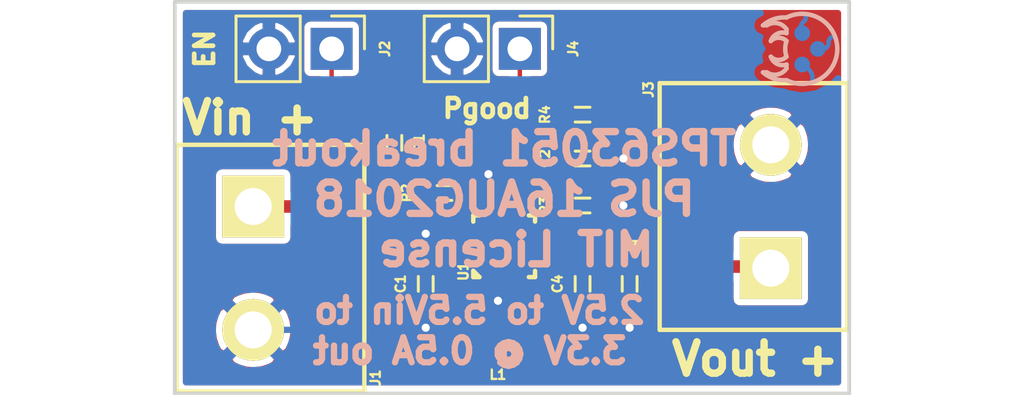
<source format=kicad_pcb>
(kicad_pcb (version 20171130) (host pcbnew "(5.0.0)")

  (general
    (thickness 1.6)
    (drawings 10)
    (tracks 90)
    (zones 0)
    (modules 15)
    (nets 11)
  )

  (page A4)
  (layers
    (0 F.Cu signal)
    (31 B.Cu signal)
    (32 B.Adhes user)
    (33 F.Adhes user)
    (34 B.Paste user)
    (35 F.Paste user)
    (36 B.SilkS user)
    (37 F.SilkS user)
    (38 B.Mask user hide)
    (39 F.Mask user)
    (40 Dwgs.User user)
    (41 Cmts.User user)
    (42 Eco1.User user)
    (43 Eco2.User user)
    (44 Edge.Cuts user)
    (45 Margin user)
    (46 B.CrtYd user)
    (47 F.CrtYd user)
    (48 B.Fab user)
    (49 F.Fab user)
  )

  (setup
    (last_trace_width 0.635)
    (user_trace_width 0.1778)
    (user_trace_width 0.254)
    (user_trace_width 0.3048)
    (user_trace_width 0.381)
    (user_trace_width 0.508)
    (user_trace_width 0.635)
    (user_trace_width 0.762)
    (user_trace_width 1.016)
    (trace_clearance 0.1778)
    (zone_clearance 0.254)
    (zone_45_only yes)
    (trace_min 0.1778)
    (segment_width 0.2)
    (edge_width 0.15)
    (via_size 0.6858)
    (via_drill 0.3302)
    (via_min_size 0.6858)
    (via_min_drill 0.3302)
    (user_via 0.6858 0.3302)
    (user_via 0.8636 0.508)
    (user_via 1.1176 0.762)
    (user_via 1.3716 1.016)
    (uvia_size 0.6858)
    (uvia_drill 0.3302)
    (uvias_allowed no)
    (uvia_min_size 0.508)
    (uvia_min_drill 0.127)
    (pcb_text_width 0.3)
    (pcb_text_size 1.5 1.5)
    (mod_edge_width 0.15)
    (mod_text_size 0.381 0.381)
    (mod_text_width 0.09525)
    (pad_size 1.7272 1.7272)
    (pad_drill 1.016)
    (pad_to_mask_clearance 0.1016)
    (aux_axis_origin 139.065 111.125)
    (visible_elements 7FFDDF7F)
    (pcbplotparams
      (layerselection 0x010fc_80000001)
      (usegerberextensions true)
      (usegerberattributes false)
      (usegerberadvancedattributes false)
      (creategerberjobfile false)
      (excludeedgelayer true)
      (linewidth 0.100000)
      (plotframeref false)
      (viasonmask false)
      (mode 1)
      (useauxorigin false)
      (hpglpennumber 1)
      (hpglpenspeed 20)
      (hpglpendiameter 15.000000)
      (psnegative false)
      (psa4output false)
      (plotreference true)
      (plotvalue false)
      (plotinvisibletext false)
      (padsonsilk false)
      (subtractmaskfromsilk true)
      (outputformat 1)
      (mirror false)
      (drillshape 0)
      (scaleselection 1)
      (outputdirectory "Gerber/"))
  )

  (net 0 "")
  (net 1 "Net-(C1-Pad1)")
  (net 2 GND)
  (net 3 "Net-(C3-Pad1)")
  (net 4 "Net-(L1-Pad1)")
  (net 5 "Net-(L1-Pad2)")
  (net 6 "Net-(R3-Pad1)")
  (net 7 "Net-(C2-Pad1)")
  (net 8 "Net-(J4-Pad1)")
  (net 9 "Net-(R2-Pad1)")
  (net 10 "Net-(J2-Pad1)")

  (net_class Default "This is the default net class."
    (clearance 0.1778)
    (trace_width 0.1778)
    (via_dia 0.6858)
    (via_drill 0.3302)
    (uvia_dia 0.6858)
    (uvia_drill 0.3302)
    (add_net GND)
    (add_net "Net-(C1-Pad1)")
    (add_net "Net-(C2-Pad1)")
    (add_net "Net-(C3-Pad1)")
    (add_net "Net-(J2-Pad1)")
    (add_net "Net-(J4-Pad1)")
    (add_net "Net-(L1-Pad1)")
    (add_net "Net-(L1-Pad2)")
    (add_net "Net-(R2-Pad1)")
    (add_net "Net-(R3-Pad1)")
  )

  (module PJS-icons:metroid (layer B.Cu) (tedit 5A0106A6) (tstamp 5B77C5E3)
    (at 217.17 102.87 90)
    (path /5B74EA92)
    (fp_text reference icon1 (at 0 -2.54 90) (layer B.Fab) hide
      (effects (font (size 0.381 0.381) (thickness 0.09525)) (justify mirror))
    )
    (fp_text value Metroid (at 0 2.54 90) (layer B.SilkS) hide
      (effects (font (size 1.5 1.5) (thickness 0.15)) (justify mirror))
    )
    (fp_arc (start 1.260669 -0.027866) (end 1.1176 0.0762) (angle -82.9) (layer B.Cu) (width 0.1778))
    (fp_arc (start 0.839684 0.269991) (end 1.1176 0.0762) (angle -92.3) (layer B.Cu) (width 0.1778))
    (fp_arc (start 0 0) (end -1.27 -0.635) (angle -233.1) (layer B.Cu) (width 0.1778))
    (fp_arc (start 0.038519 -0.727991) (end -1.27 -0.635) (angle 45) (layer B.Cu) (width 0.1778))
    (fp_arc (start -0.47625 -1.11125) (end -0.79375 -0.635) (angle 90) (layer B.Cu) (width 0.1778))
    (fp_line (start -0.9525 -1.5875) (end -0.9525 -1.42875) (layer B.Cu) (width 0.1778))
    (fp_line (start -0.79375 -0.635) (end -0.635 -0.635) (layer B.Cu) (width 0.1778))
    (fp_arc (start -0.15748 -0.79375) (end -0.635 -0.635) (angle 90) (layer B.Cu) (width 0.1778))
    (fp_arc (start 0 -0.9525) (end -0.3175 -0.635) (angle 90) (layer B.Cu) (width 0.1778))
    (fp_arc (start 0 0.317497) (end 0.3175 -0.635) (angle -36.9) (layer B.Cu) (width 0.1778))
    (fp_arc (start 0 -0.9525) (end 0.3175 -0.635) (angle -90) (layer B.Cu) (width 0.1778))
    (fp_arc (start 0.15748 -0.79375) (end 0.635 -0.635) (angle -90) (layer B.Cu) (width 0.1778))
    (fp_line (start 0.79375 -0.635) (end 0.635 -0.635) (layer B.Cu) (width 0.1778))
    (fp_line (start 0.9525 -1.5875) (end 0.9525 -1.42875) (layer B.Cu) (width 0.1778))
    (fp_arc (start 0.47625 -1.11125) (end 0.79375 -0.635) (angle -90) (layer B.Cu) (width 0.1778))
    (fp_arc (start -0.038519 -0.727991) (end 1.27 -0.635) (angle -45) (layer B.Cu) (width 0.1778))
    (fp_arc (start -0.038519 -0.727991) (end 1.27 -0.635) (angle -45) (layer B.SilkS) (width 0.1778))
    (fp_arc (start 0.47625 -1.11125) (end 0.79375 -0.635) (angle -90) (layer B.SilkS) (width 0.1778))
    (fp_line (start 0.9525 -1.5875) (end 0.9525 -1.42875) (layer B.SilkS) (width 0.1778))
    (fp_line (start 0.79375 -0.635) (end 0.635 -0.635) (layer B.SilkS) (width 0.1778))
    (fp_arc (start 0.15748 -0.79375) (end 0.635 -0.635) (angle -90) (layer B.SilkS) (width 0.1778))
    (fp_arc (start 0 -0.9525) (end 0.3175 -0.635) (angle -90) (layer B.SilkS) (width 0.1778))
    (fp_arc (start 0 0.317497) (end 0.3175 -0.635) (angle -36.9) (layer B.SilkS) (width 0.1778))
    (fp_arc (start 0 -0.9525) (end -0.3175 -0.635) (angle 90) (layer B.SilkS) (width 0.1778))
    (fp_arc (start -0.15748 -0.79375) (end -0.635 -0.635) (angle 90) (layer B.SilkS) (width 0.1778))
    (fp_line (start -0.79375 -0.635) (end -0.635 -0.635) (layer B.SilkS) (width 0.1778))
    (fp_line (start -0.9525 -1.5875) (end -0.9525 -1.42875) (layer B.SilkS) (width 0.1778))
    (fp_arc (start -0.47625 -1.11125) (end -0.79375 -0.635) (angle 90) (layer B.SilkS) (width 0.1778))
    (fp_arc (start 0.038519 -0.727991) (end -1.27 -0.635) (angle 45) (layer B.SilkS) (width 0.1778))
    (fp_arc (start 0.254 1.3208) (end 0.508 1.3208) (angle -90) (layer B.Cu) (width 0.1778))
    (fp_arc (start 0.2286 0.8382) (end 0 0.8636) (angle -90) (layer B.Cu) (width 0.1778))
    (fp_arc (start -1.1684 -0.0254) (end -1.27 0.4064) (angle -90) (layer B.Cu) (width 0.1778))
    (fp_arc (start 0 0) (end -1.27 -0.635) (angle -233.1) (layer B.SilkS) (width 0.1778))
    (pad "" smd circle (at -0.635 0 90) (size 0.635 0.635) (layers B.Cu B.Paste B.Mask))
    (pad "" smd circle (at 0.635 0 90) (size 0.635 0.635) (layers B.Cu B.Paste B.Mask))
    (pad "" smd circle (at 0 0.635 90) (size 0.635 0.635) (layers B.Cu B.Paste B.Mask))
  )

  (module Degson:DG301-5.002P-12 (layer F.Cu) (tedit 5B763123) (tstamp 5B77C5F4)
    (at 194.945 111.76 270)
    (tags terminal)
    (path /5B74EB50)
    (fp_text reference J1 (at 4.445 -4.953 270) (layer F.SilkS)
      (effects (font (size 0.381 0.381) (thickness 0.09525)))
    )
    (fp_text value Vin (at 3.683 4.318 270) (layer F.SilkS) hide
      (effects (font (size 1.5 1.5) (thickness 0.15)))
    )
    (fp_line (start 0 3.81) (end -2.54 6.35) (layer Cmts.User) (width 0.1778))
    (fp_line (start -2.54 6.35) (end -1.27 6.35) (layer Cmts.User) (width 0.1778))
    (fp_line (start -1.27 6.35) (end -1.27 10.16) (layer Cmts.User) (width 0.1778))
    (fp_line (start -1.27 10.16) (end 1.27 10.16) (layer Cmts.User) (width 0.1778))
    (fp_line (start 1.27 10.16) (end 1.27 6.35) (layer Cmts.User) (width 0.1778))
    (fp_line (start 1.27 6.35) (end 2.54 6.35) (layer Cmts.User) (width 0.1778))
    (fp_line (start 2.54 6.35) (end 0 3.81) (layer Cmts.User) (width 0.1778))
    (fp_line (start -5 -4.5) (end 5 -4.5) (layer F.SilkS) (width 0.1778))
    (fp_line (start 5 -4.5) (end 5 3.1) (layer F.SilkS) (width 0.1778))
    (fp_line (start 5 3.1) (end -5 3.1) (layer F.SilkS) (width 0.1778))
    (fp_line (start -5 3.1) (end -5 -4.5) (layer F.SilkS) (width 0.1778))
    (pad 1 thru_hole rect (at -2.5 0 270) (size 2.5 2.5) (drill 1.5) (layers *.Cu *.Mask F.SilkS)
      (net 1 "Net-(C1-Pad1)"))
    (pad 2 thru_hole circle (at 2.5 0 270) (size 2.5 2.5) (drill 1.5) (layers *.Cu *.Mask F.SilkS)
      (net 2 GND))
  )

  (module Degson:DG301-5.002P-12 (layer F.Cu) (tedit 5B76311A) (tstamp 5B77C614)
    (at 215.9 109.26 90)
    (tags terminal)
    (path /5B74EBB0)
    (fp_text reference J3 (at 4.739 -4.953 90) (layer F.SilkS)
      (effects (font (size 0.381 0.381) (thickness 0.09525)))
    )
    (fp_text value Vout (at -5.04 4.826 90) (layer F.SilkS) hide
      (effects (font (size 1.5 1.5) (thickness 0.15)))
    )
    (fp_line (start -5 3.1) (end -5 -4.5) (layer F.SilkS) (width 0.1778))
    (fp_line (start 5 3.1) (end -5 3.1) (layer F.SilkS) (width 0.1778))
    (fp_line (start 5 -4.5) (end 5 3.1) (layer F.SilkS) (width 0.1778))
    (fp_line (start -5 -4.5) (end 5 -4.5) (layer F.SilkS) (width 0.1778))
    (fp_line (start 2.54 6.35) (end 0 3.81) (layer Cmts.User) (width 0.1778))
    (fp_line (start 1.27 6.35) (end 2.54 6.35) (layer Cmts.User) (width 0.1778))
    (fp_line (start 1.27 10.16) (end 1.27 6.35) (layer Cmts.User) (width 0.1778))
    (fp_line (start -1.27 10.16) (end 1.27 10.16) (layer Cmts.User) (width 0.1778))
    (fp_line (start -1.27 6.35) (end -1.27 10.16) (layer Cmts.User) (width 0.1778))
    (fp_line (start -2.54 6.35) (end -1.27 6.35) (layer Cmts.User) (width 0.1778))
    (fp_line (start 0 3.81) (end -2.54 6.35) (layer Cmts.User) (width 0.1778))
    (pad 2 thru_hole circle (at 2.5 0 90) (size 2.5 2.5) (drill 1.5) (layers *.Cu *.Mask F.SilkS)
      (net 2 GND))
    (pad 1 thru_hole rect (at -2.5 0 90) (size 2.5 2.5) (drill 1.5) (layers *.Cu *.Mask F.SilkS)
      (net 3 "Net-(C3-Pad1)"))
  )

  (module PJS_smt_parts:SMT_passive_1008 (layer F.Cu) (tedit 5B761EF4) (tstamp 5B77C62D)
    (at 204.851 114.681 180)
    (path /5B74EF59)
    (fp_text reference L1 (at 0 -1.397 180) (layer F.SilkS)
      (effects (font (size 0.381 0.381) (thickness 0.09525)))
    )
    (fp_text value 1.5uH (at -0.1 -2 180) (layer F.Fab)
      (effects (font (size 1 1) (thickness 0.15)))
    )
    (fp_line (start -1.3 -1) (end 1.3 -1) (layer F.CrtYd) (width 0.18))
    (fp_line (start 1.3 -1) (end 1.3 1) (layer F.CrtYd) (width 0.18))
    (fp_line (start 1.3 1) (end -1.3 1) (layer F.CrtYd) (width 0.18))
    (fp_line (start -1.3 1) (end -1.3 -1) (layer F.CrtYd) (width 0.18))
    (pad 1 smd rect (at -1 0 180) (size 0.8 2) (layers F.Cu F.Paste F.Mask)
      (net 4 "Net-(L1-Pad1)"))
    (pad 2 smd rect (at 1 0 180) (size 0.8 2) (layers F.Cu F.Paste F.Mask)
      (net 5 "Net-(L1-Pad2)"))
  )

  (module PJS_smt_parts:TI_VQFN_12 (layer F.Cu) (tedit 5B7621B8) (tstamp 5B77C673)
    (at 205.105 110.871 90)
    (path /5B74FCE3)
    (solder_mask_margin 0.0254)
    (zone_connect 2)
    (fp_text reference U1 (at -1.016 -1.651 90) (layer F.SilkS)
      (effects (font (size 0.381 0.381) (thickness 0.09525)))
    )
    (fp_text value TPS63051 (at 0 -2.25 90) (layer F.Fab)
      (effects (font (size 1 1) (thickness 0.15)))
    )
    (fp_line (start -1.25 -1.25) (end -1.25 1.25) (layer F.CrtYd) (width 0.18))
    (fp_line (start -1.25 1.25) (end 1.25 1.25) (layer F.CrtYd) (width 0.18))
    (fp_line (start 1.25 1.25) (end 1.25 -1.25) (layer F.CrtYd) (width 0.18))
    (fp_line (start 1.25 -1.25) (end -1.25 -1.25) (layer F.CrtYd) (width 0.18))
    (fp_line (start -1.25 -1) (end -1.25 -1.25) (layer F.SilkS) (width 0.18))
    (fp_line (start -1.25 -1.25) (end -1 -1.25) (layer F.SilkS) (width 0.18))
    (fp_line (start -1.25 -1) (end -1 -1.25) (layer F.SilkS) (width 0.18))
    (fp_line (start 1.25 -1) (end 1.25 -1.25) (layer F.SilkS) (width 0.18))
    (fp_line (start 1.25 -1.25) (end 1 -1.25) (layer F.SilkS) (width 0.18))
    (fp_line (start 1.25 1) (end 1.25 1.2) (layer F.SilkS) (width 0.18))
    (fp_line (start 1.25 1.2) (end 1.25 1.25) (layer F.SilkS) (width 0.18))
    (fp_line (start 1.25 1.25) (end 1 1.25) (layer F.SilkS) (width 0.18))
    (fp_line (start -1.25 1) (end -1.25 1.25) (layer F.SilkS) (width 0.18))
    (fp_line (start -1.25 1.25) (end -1 1.25) (layer F.SilkS) (width 0.18))
    (pad 1 smd rect (at -1.15 -0.75 180) (size 0.25 0.6) (layers F.Cu F.Paste F.Mask)
      (net 5 "Net-(L1-Pad2)") (zone_connect 2))
    (pad 2 smd rect (at -1.15 -0.25 180) (size 0.25 0.6) (layers F.Cu F.Paste F.Mask)
      (net 2 GND) (zone_connect 2))
    (pad 3 smd rect (at -1.15 0.25 180) (size 0.25 0.6) (layers F.Cu F.Paste F.Mask)
      (net 4 "Net-(L1-Pad1)") (zone_connect 2))
    (pad 4 smd rect (at -1.15 0.75 180) (size 0.25 0.6) (layers F.Cu F.Paste F.Mask)
      (net 3 "Net-(C3-Pad1)") (zone_connect 2))
    (pad 5 smd rect (at -0.25 1.15 270) (size 0.25 0.6) (layers F.Cu F.Paste F.Mask)
      (net 3 "Net-(C3-Pad1)") (zone_connect 2))
    (pad 6 smd rect (at 0.25 1.15 270) (size 0.25 0.6) (layers F.Cu F.Paste F.Mask)
      (net 6 "Net-(R3-Pad1)") (zone_connect 2))
    (pad 7 smd rect (at 1.15 0.75) (size 0.25 0.6) (layers F.Cu F.Paste F.Mask)
      (net 7 "Net-(C2-Pad1)") (zone_connect 2))
    (pad 8 smd rect (at 1.15 0.25 180) (size 0.25 0.6) (layers F.Cu F.Paste F.Mask)
      (net 8 "Net-(J4-Pad1)") (zone_connect 2))
    (pad 9 smd rect (at 1.15 -0.25 180) (size 0.25 0.6) (layers F.Cu F.Paste F.Mask)
      (net 2 GND) (zone_connect 2))
    (pad 10 smd rect (at 1.15 -0.75 180) (size 0.25 0.6) (layers F.Cu F.Paste F.Mask)
      (net 9 "Net-(R2-Pad1)") (zone_connect 2))
    (pad 11 smd rect (at 0.25 -1.15 270) (size 0.25 0.6) (layers F.Cu F.Paste F.Mask)
      (net 10 "Net-(J2-Pad1)") (zone_connect 2))
    (pad 12 smd rect (at -0.25 -1.15 270) (size 0.25 0.6) (layers F.Cu F.Paste F.Mask)
      (net 1 "Net-(C1-Pad1)") (zone_connect 2))
  )

  (module digikey-footprints:0603 (layer F.Cu) (tedit 595EA1C0) (tstamp 5B789BFA)
    (at 201.93 112.395 270)
    (path /5B74ECD0)
    (fp_text reference C1 (at 0 1.016 270) (layer F.SilkS)
      (effects (font (size 0.381 0.381) (thickness 0.09525)))
    )
    (fp_text value 10uF (at 0 1.9 270) (layer F.Fab)
      (effects (font (size 1 1) (thickness 0.15)))
    )
    (fp_line (start 1.11 0.71) (end 1.25 0.71) (layer F.CrtYd) (width 0.05))
    (fp_line (start 1.11 -0.71) (end 1.25 -0.71) (layer F.CrtYd) (width 0.05))
    (fp_line (start -1.11 -0.71) (end -1.25 -0.71) (layer F.CrtYd) (width 0.05))
    (fp_line (start -1.11 0.71) (end -1.25 0.71) (layer F.CrtYd) (width 0.05))
    (fp_line (start -1.11 -0.71) (end 1.11 -0.71) (layer F.CrtYd) (width 0.05))
    (fp_line (start 1.25 -0.71) (end 1.25 0.71) (layer F.CrtYd) (width 0.05))
    (fp_line (start 1.11 0.71) (end -1.11 0.71) (layer F.CrtYd) (width 0.05))
    (fp_line (start -1.25 0.71) (end -1.25 -0.71) (layer F.CrtYd) (width 0.05))
    (fp_line (start -0.3 0.3) (end 0.3 0.3) (layer F.SilkS) (width 0.12))
    (fp_line (start -0.3 -0.3) (end 0.3 -0.3) (layer F.SilkS) (width 0.12))
    (fp_line (start -0.8 -0.4) (end -0.8 0.4) (layer F.Fab) (width 0.12))
    (fp_line (start -0.8 0.4) (end 0.8 0.4) (layer F.Fab) (width 0.12))
    (fp_line (start 0.8 0.4) (end 0.8 -0.4) (layer F.Fab) (width 0.12))
    (fp_line (start 0.8 -0.4) (end -0.8 -0.4) (layer F.Fab) (width 0.12))
    (pad 2 smd rect (at 0.7 0 270) (size 0.6 0.8) (layers F.Cu F.Paste F.Mask)
      (net 2 GND))
    (pad 1 smd rect (at -0.7 0 270) (size 0.6 0.8) (layers F.Cu F.Paste F.Mask)
      (net 1 "Net-(C1-Pad1)"))
  )

  (module digikey-footprints:0603 (layer F.Cu) (tedit 595EA1C0) (tstamp 5B789C0D)
    (at 208.28 107.315)
    (path /5B74EE31)
    (fp_text reference C2 (at -1.524 0 90) (layer F.SilkS)
      (effects (font (size 0.381 0.381) (thickness 0.09525)))
    )
    (fp_text value 1nF (at 0 1.9) (layer F.Fab)
      (effects (font (size 1 1) (thickness 0.15)))
    )
    (fp_line (start 0.8 -0.4) (end -0.8 -0.4) (layer F.Fab) (width 0.12))
    (fp_line (start 0.8 0.4) (end 0.8 -0.4) (layer F.Fab) (width 0.12))
    (fp_line (start -0.8 0.4) (end 0.8 0.4) (layer F.Fab) (width 0.12))
    (fp_line (start -0.8 -0.4) (end -0.8 0.4) (layer F.Fab) (width 0.12))
    (fp_line (start -0.3 -0.3) (end 0.3 -0.3) (layer F.SilkS) (width 0.12))
    (fp_line (start -0.3 0.3) (end 0.3 0.3) (layer F.SilkS) (width 0.12))
    (fp_line (start -1.25 0.71) (end -1.25 -0.71) (layer F.CrtYd) (width 0.05))
    (fp_line (start 1.11 0.71) (end -1.11 0.71) (layer F.CrtYd) (width 0.05))
    (fp_line (start 1.25 -0.71) (end 1.25 0.71) (layer F.CrtYd) (width 0.05))
    (fp_line (start -1.11 -0.71) (end 1.11 -0.71) (layer F.CrtYd) (width 0.05))
    (fp_line (start -1.11 0.71) (end -1.25 0.71) (layer F.CrtYd) (width 0.05))
    (fp_line (start -1.11 -0.71) (end -1.25 -0.71) (layer F.CrtYd) (width 0.05))
    (fp_line (start 1.11 -0.71) (end 1.25 -0.71) (layer F.CrtYd) (width 0.05))
    (fp_line (start 1.11 0.71) (end 1.25 0.71) (layer F.CrtYd) (width 0.05))
    (pad 1 smd rect (at -0.7 0) (size 0.6 0.8) (layers F.Cu F.Paste F.Mask)
      (net 7 "Net-(C2-Pad1)"))
    (pad 2 smd rect (at 0.7 0) (size 0.6 0.8) (layers F.Cu F.Paste F.Mask)
      (net 2 GND))
  )

  (module digikey-footprints:0603 (layer F.Cu) (tedit 595EA1C0) (tstamp 5B789C20)
    (at 210.185 112.395 270)
    (path /5B7505E5)
    (fp_text reference C3 (at -1.524 0) (layer F.SilkS)
      (effects (font (size 0.381 0.381) (thickness 0.09525)))
    )
    (fp_text value 10uF (at 0 1.9 270) (layer F.Fab)
      (effects (font (size 1 1) (thickness 0.15)))
    )
    (fp_line (start 0.8 -0.4) (end -0.8 -0.4) (layer F.Fab) (width 0.12))
    (fp_line (start 0.8 0.4) (end 0.8 -0.4) (layer F.Fab) (width 0.12))
    (fp_line (start -0.8 0.4) (end 0.8 0.4) (layer F.Fab) (width 0.12))
    (fp_line (start -0.8 -0.4) (end -0.8 0.4) (layer F.Fab) (width 0.12))
    (fp_line (start -0.3 -0.3) (end 0.3 -0.3) (layer F.SilkS) (width 0.12))
    (fp_line (start -0.3 0.3) (end 0.3 0.3) (layer F.SilkS) (width 0.12))
    (fp_line (start -1.25 0.71) (end -1.25 -0.71) (layer F.CrtYd) (width 0.05))
    (fp_line (start 1.11 0.71) (end -1.11 0.71) (layer F.CrtYd) (width 0.05))
    (fp_line (start 1.25 -0.71) (end 1.25 0.71) (layer F.CrtYd) (width 0.05))
    (fp_line (start -1.11 -0.71) (end 1.11 -0.71) (layer F.CrtYd) (width 0.05))
    (fp_line (start -1.11 0.71) (end -1.25 0.71) (layer F.CrtYd) (width 0.05))
    (fp_line (start -1.11 -0.71) (end -1.25 -0.71) (layer F.CrtYd) (width 0.05))
    (fp_line (start 1.11 -0.71) (end 1.25 -0.71) (layer F.CrtYd) (width 0.05))
    (fp_line (start 1.11 0.71) (end 1.25 0.71) (layer F.CrtYd) (width 0.05))
    (pad 1 smd rect (at -0.7 0 270) (size 0.6 0.8) (layers F.Cu F.Paste F.Mask)
      (net 3 "Net-(C3-Pad1)"))
    (pad 2 smd rect (at 0.7 0 270) (size 0.6 0.8) (layers F.Cu F.Paste F.Mask)
      (net 2 GND))
  )

  (module digikey-footprints:0603 (layer F.Cu) (tedit 595EA1C0) (tstamp 5B789C33)
    (at 208.28 112.395 270)
    (path /5B75068D)
    (fp_text reference C4 (at 0 1.016 270) (layer F.SilkS)
      (effects (font (size 0.381 0.381) (thickness 0.09525)))
    )
    (fp_text value 10uF (at 0 1.9 270) (layer F.Fab)
      (effects (font (size 1 1) (thickness 0.15)))
    )
    (fp_line (start 1.11 0.71) (end 1.25 0.71) (layer F.CrtYd) (width 0.05))
    (fp_line (start 1.11 -0.71) (end 1.25 -0.71) (layer F.CrtYd) (width 0.05))
    (fp_line (start -1.11 -0.71) (end -1.25 -0.71) (layer F.CrtYd) (width 0.05))
    (fp_line (start -1.11 0.71) (end -1.25 0.71) (layer F.CrtYd) (width 0.05))
    (fp_line (start -1.11 -0.71) (end 1.11 -0.71) (layer F.CrtYd) (width 0.05))
    (fp_line (start 1.25 -0.71) (end 1.25 0.71) (layer F.CrtYd) (width 0.05))
    (fp_line (start 1.11 0.71) (end -1.11 0.71) (layer F.CrtYd) (width 0.05))
    (fp_line (start -1.25 0.71) (end -1.25 -0.71) (layer F.CrtYd) (width 0.05))
    (fp_line (start -0.3 0.3) (end 0.3 0.3) (layer F.SilkS) (width 0.12))
    (fp_line (start -0.3 -0.3) (end 0.3 -0.3) (layer F.SilkS) (width 0.12))
    (fp_line (start -0.8 -0.4) (end -0.8 0.4) (layer F.Fab) (width 0.12))
    (fp_line (start -0.8 0.4) (end 0.8 0.4) (layer F.Fab) (width 0.12))
    (fp_line (start 0.8 0.4) (end 0.8 -0.4) (layer F.Fab) (width 0.12))
    (fp_line (start 0.8 -0.4) (end -0.8 -0.4) (layer F.Fab) (width 0.12))
    (pad 2 smd rect (at 0.7 0 270) (size 0.6 0.8) (layers F.Cu F.Paste F.Mask)
      (net 2 GND))
    (pad 1 smd rect (at -0.7 0 270) (size 0.6 0.8) (layers F.Cu F.Paste F.Mask)
      (net 3 "Net-(C3-Pad1)"))
  )

  (module Pin_Headers:Pin_Header_Straight_1x02_Pitch2.54mm (layer F.Cu) (tedit 59650532) (tstamp 5B78AA4F)
    (at 198.12 102.87 270)
    (descr "Through hole straight pin header, 1x02, 2.54mm pitch, single row")
    (tags "Through hole pin header THT 1x02 2.54mm single row")
    (path /5B761361)
    (fp_text reference J2 (at 0 -2.159 270) (layer F.SilkS)
      (effects (font (size 0.381 0.381) (thickness 0.09525)))
    )
    (fp_text value EN (at 0 4.87 270) (layer F.Fab)
      (effects (font (size 1 1) (thickness 0.15)))
    )
    (fp_text user %R (at 0 1.27) (layer F.Fab)
      (effects (font (size 1 1) (thickness 0.15)))
    )
    (fp_line (start 1.8 -1.8) (end -1.8 -1.8) (layer F.CrtYd) (width 0.05))
    (fp_line (start 1.8 4.35) (end 1.8 -1.8) (layer F.CrtYd) (width 0.05))
    (fp_line (start -1.8 4.35) (end 1.8 4.35) (layer F.CrtYd) (width 0.05))
    (fp_line (start -1.8 -1.8) (end -1.8 4.35) (layer F.CrtYd) (width 0.05))
    (fp_line (start -1.33 -1.33) (end 0 -1.33) (layer F.SilkS) (width 0.12))
    (fp_line (start -1.33 0) (end -1.33 -1.33) (layer F.SilkS) (width 0.12))
    (fp_line (start -1.33 1.27) (end 1.33 1.27) (layer F.SilkS) (width 0.12))
    (fp_line (start 1.33 1.27) (end 1.33 3.87) (layer F.SilkS) (width 0.12))
    (fp_line (start -1.33 1.27) (end -1.33 3.87) (layer F.SilkS) (width 0.12))
    (fp_line (start -1.33 3.87) (end 1.33 3.87) (layer F.SilkS) (width 0.12))
    (fp_line (start -1.27 -0.635) (end -0.635 -1.27) (layer F.Fab) (width 0.1))
    (fp_line (start -1.27 3.81) (end -1.27 -0.635) (layer F.Fab) (width 0.1))
    (fp_line (start 1.27 3.81) (end -1.27 3.81) (layer F.Fab) (width 0.1))
    (fp_line (start 1.27 -1.27) (end 1.27 3.81) (layer F.Fab) (width 0.1))
    (fp_line (start -0.635 -1.27) (end 1.27 -1.27) (layer F.Fab) (width 0.1))
    (pad 2 thru_hole oval (at 0 2.54 270) (size 1.7 1.7) (drill 1) (layers *.Cu *.Mask)
      (net 2 GND))
    (pad 1 thru_hole rect (at 0 0 270) (size 1.7 1.7) (drill 1) (layers *.Cu *.Mask)
      (net 10 "Net-(J2-Pad1)"))
    (model ${KISYS3DMOD}/Pin_Headers.3dshapes/Pin_Header_Straight_1x02_Pitch2.54mm.wrl
      (at (xyz 0 0 0))
      (scale (xyz 1 1 1))
      (rotate (xyz 0 0 0))
    )
  )

  (module Pin_Headers:Pin_Header_Straight_1x02_Pitch2.54mm (layer F.Cu) (tedit 59650532) (tstamp 5B789C5B)
    (at 205.74 102.87 270)
    (descr "Through hole straight pin header, 1x02, 2.54mm pitch, single row")
    (tags "Through hole pin header THT 1x02 2.54mm single row")
    (path /5B76E3D6)
    (fp_text reference J4 (at 0 -2.159 270) (layer F.SilkS)
      (effects (font (size 0.381 0.381) (thickness 0.09525)))
    )
    (fp_text value Pgood (at 0 4.87 270) (layer F.Fab)
      (effects (font (size 1 1) (thickness 0.15)))
    )
    (fp_line (start -0.635 -1.27) (end 1.27 -1.27) (layer F.Fab) (width 0.1))
    (fp_line (start 1.27 -1.27) (end 1.27 3.81) (layer F.Fab) (width 0.1))
    (fp_line (start 1.27 3.81) (end -1.27 3.81) (layer F.Fab) (width 0.1))
    (fp_line (start -1.27 3.81) (end -1.27 -0.635) (layer F.Fab) (width 0.1))
    (fp_line (start -1.27 -0.635) (end -0.635 -1.27) (layer F.Fab) (width 0.1))
    (fp_line (start -1.33 3.87) (end 1.33 3.87) (layer F.SilkS) (width 0.12))
    (fp_line (start -1.33 1.27) (end -1.33 3.87) (layer F.SilkS) (width 0.12))
    (fp_line (start 1.33 1.27) (end 1.33 3.87) (layer F.SilkS) (width 0.12))
    (fp_line (start -1.33 1.27) (end 1.33 1.27) (layer F.SilkS) (width 0.12))
    (fp_line (start -1.33 0) (end -1.33 -1.33) (layer F.SilkS) (width 0.12))
    (fp_line (start -1.33 -1.33) (end 0 -1.33) (layer F.SilkS) (width 0.12))
    (fp_line (start -1.8 -1.8) (end -1.8 4.35) (layer F.CrtYd) (width 0.05))
    (fp_line (start -1.8 4.35) (end 1.8 4.35) (layer F.CrtYd) (width 0.05))
    (fp_line (start 1.8 4.35) (end 1.8 -1.8) (layer F.CrtYd) (width 0.05))
    (fp_line (start 1.8 -1.8) (end -1.8 -1.8) (layer F.CrtYd) (width 0.05))
    (fp_text user %R (at 0 1.27) (layer F.Fab)
      (effects (font (size 1 1) (thickness 0.15)))
    )
    (pad 1 thru_hole rect (at 0 0 270) (size 1.7 1.7) (drill 1) (layers *.Cu *.Mask)
      (net 8 "Net-(J4-Pad1)"))
    (pad 2 thru_hole oval (at 0 2.54 270) (size 1.7 1.7) (drill 1) (layers *.Cu *.Mask)
      (net 2 GND))
    (model ${KISYS3DMOD}/Pin_Headers.3dshapes/Pin_Header_Straight_1x02_Pitch2.54mm.wrl
      (at (xyz 0 0 0))
      (scale (xyz 1 1 1))
      (rotate (xyz 0 0 0))
    )
  )

  (module digikey-footprints:0603 (layer F.Cu) (tedit 595EA1C0) (tstamp 5B789C70)
    (at 200.66 106.68 90)
    (path /5B780332)
    (fp_text reference R1 (at 0 1.016 90) (layer F.SilkS)
      (effects (font (size 0.381 0.381) (thickness 0.09525)))
    )
    (fp_text value 100k (at 0 1.9 90) (layer F.Fab)
      (effects (font (size 1 1) (thickness 0.15)))
    )
    (fp_line (start 0.8 -0.4) (end -0.8 -0.4) (layer F.Fab) (width 0.12))
    (fp_line (start 0.8 0.4) (end 0.8 -0.4) (layer F.Fab) (width 0.12))
    (fp_line (start -0.8 0.4) (end 0.8 0.4) (layer F.Fab) (width 0.12))
    (fp_line (start -0.8 -0.4) (end -0.8 0.4) (layer F.Fab) (width 0.12))
    (fp_line (start -0.3 -0.3) (end 0.3 -0.3) (layer F.SilkS) (width 0.12))
    (fp_line (start -0.3 0.3) (end 0.3 0.3) (layer F.SilkS) (width 0.12))
    (fp_line (start -1.25 0.71) (end -1.25 -0.71) (layer F.CrtYd) (width 0.05))
    (fp_line (start 1.11 0.71) (end -1.11 0.71) (layer F.CrtYd) (width 0.05))
    (fp_line (start 1.25 -0.71) (end 1.25 0.71) (layer F.CrtYd) (width 0.05))
    (fp_line (start -1.11 -0.71) (end 1.11 -0.71) (layer F.CrtYd) (width 0.05))
    (fp_line (start -1.11 0.71) (end -1.25 0.71) (layer F.CrtYd) (width 0.05))
    (fp_line (start -1.11 -0.71) (end -1.25 -0.71) (layer F.CrtYd) (width 0.05))
    (fp_line (start 1.11 -0.71) (end 1.25 -0.71) (layer F.CrtYd) (width 0.05))
    (fp_line (start 1.11 0.71) (end 1.25 0.71) (layer F.CrtYd) (width 0.05))
    (pad 1 smd rect (at -0.7 0 90) (size 0.6 0.8) (layers F.Cu F.Paste F.Mask)
      (net 1 "Net-(C1-Pad1)"))
    (pad 2 smd rect (at 0.7 0 90) (size 0.6 0.8) (layers F.Cu F.Paste F.Mask)
      (net 10 "Net-(J2-Pad1)"))
  )

  (module digikey-footprints:0603 (layer F.Cu) (tedit 595EA1C0) (tstamp 5B789C83)
    (at 202.692 108.712 180)
    (path /5B7506B3)
    (fp_text reference R2 (at 1.524 0 270) (layer F.SilkS)
      (effects (font (size 0.381 0.381) (thickness 0.09525)))
    )
    (fp_text value 0 (at 0 1.9 180) (layer F.Fab)
      (effects (font (size 1 1) (thickness 0.15)))
    )
    (fp_line (start 0.8 -0.4) (end -0.8 -0.4) (layer F.Fab) (width 0.12))
    (fp_line (start 0.8 0.4) (end 0.8 -0.4) (layer F.Fab) (width 0.12))
    (fp_line (start -0.8 0.4) (end 0.8 0.4) (layer F.Fab) (width 0.12))
    (fp_line (start -0.8 -0.4) (end -0.8 0.4) (layer F.Fab) (width 0.12))
    (fp_line (start -0.3 -0.3) (end 0.3 -0.3) (layer F.SilkS) (width 0.12))
    (fp_line (start -0.3 0.3) (end 0.3 0.3) (layer F.SilkS) (width 0.12))
    (fp_line (start -1.25 0.71) (end -1.25 -0.71) (layer F.CrtYd) (width 0.05))
    (fp_line (start 1.11 0.71) (end -1.11 0.71) (layer F.CrtYd) (width 0.05))
    (fp_line (start 1.25 -0.71) (end 1.25 0.71) (layer F.CrtYd) (width 0.05))
    (fp_line (start -1.11 -0.71) (end 1.11 -0.71) (layer F.CrtYd) (width 0.05))
    (fp_line (start -1.11 0.71) (end -1.25 0.71) (layer F.CrtYd) (width 0.05))
    (fp_line (start -1.11 -0.71) (end -1.25 -0.71) (layer F.CrtYd) (width 0.05))
    (fp_line (start 1.11 -0.71) (end 1.25 -0.71) (layer F.CrtYd) (width 0.05))
    (fp_line (start 1.11 0.71) (end 1.25 0.71) (layer F.CrtYd) (width 0.05))
    (pad 1 smd rect (at -0.7 0 180) (size 0.6 0.8) (layers F.Cu F.Paste F.Mask)
      (net 9 "Net-(R2-Pad1)"))
    (pad 2 smd rect (at 0.7 0 180) (size 0.6 0.8) (layers F.Cu F.Paste F.Mask)
      (net 1 "Net-(C1-Pad1)"))
  )

  (module digikey-footprints:0603 (layer F.Cu) (tedit 595EA1C0) (tstamp 5B789C96)
    (at 208.28 109.22)
    (path /5B7507CA)
    (fp_text reference R3 (at -1.524 0 90) (layer F.SilkS)
      (effects (font (size 0.381 0.381) (thickness 0.09525)))
    )
    (fp_text value 0 (at 0 1.9) (layer F.Fab)
      (effects (font (size 1 1) (thickness 0.15)))
    )
    (fp_line (start 1.11 0.71) (end 1.25 0.71) (layer F.CrtYd) (width 0.05))
    (fp_line (start 1.11 -0.71) (end 1.25 -0.71) (layer F.CrtYd) (width 0.05))
    (fp_line (start -1.11 -0.71) (end -1.25 -0.71) (layer F.CrtYd) (width 0.05))
    (fp_line (start -1.11 0.71) (end -1.25 0.71) (layer F.CrtYd) (width 0.05))
    (fp_line (start -1.11 -0.71) (end 1.11 -0.71) (layer F.CrtYd) (width 0.05))
    (fp_line (start 1.25 -0.71) (end 1.25 0.71) (layer F.CrtYd) (width 0.05))
    (fp_line (start 1.11 0.71) (end -1.11 0.71) (layer F.CrtYd) (width 0.05))
    (fp_line (start -1.25 0.71) (end -1.25 -0.71) (layer F.CrtYd) (width 0.05))
    (fp_line (start -0.3 0.3) (end 0.3 0.3) (layer F.SilkS) (width 0.12))
    (fp_line (start -0.3 -0.3) (end 0.3 -0.3) (layer F.SilkS) (width 0.12))
    (fp_line (start -0.8 -0.4) (end -0.8 0.4) (layer F.Fab) (width 0.12))
    (fp_line (start -0.8 0.4) (end 0.8 0.4) (layer F.Fab) (width 0.12))
    (fp_line (start 0.8 0.4) (end 0.8 -0.4) (layer F.Fab) (width 0.12))
    (fp_line (start 0.8 -0.4) (end -0.8 -0.4) (layer F.Fab) (width 0.12))
    (pad 2 smd rect (at 0.7 0) (size 0.6 0.8) (layers F.Cu F.Paste F.Mask)
      (net 2 GND))
    (pad 1 smd rect (at -0.7 0) (size 0.6 0.8) (layers F.Cu F.Paste F.Mask)
      (net 6 "Net-(R3-Pad1)"))
  )

  (module digikey-footprints:0603 (layer F.Cu) (tedit 5B762DBF) (tstamp 5B789CA9)
    (at 208.28 105.537 180)
    (path /5B74EE9F)
    (fp_text reference R4 (at 1.524 0 270) (layer F.SilkS)
      (effects (font (size 0.381 0.381) (thickness 0.09525)))
    )
    (fp_text value 1M (at 0 1.9 180) (layer F.Fab)
      (effects (font (size 1 1) (thickness 0.15)))
    )
    (fp_line (start 1.11 0.71) (end 1.25 0.71) (layer F.CrtYd) (width 0.05))
    (fp_line (start 1.11 -0.71) (end 1.25 -0.71) (layer F.CrtYd) (width 0.05))
    (fp_line (start -1.11 -0.71) (end -1.25 -0.71) (layer F.CrtYd) (width 0.05))
    (fp_line (start -1.11 0.71) (end -1.25 0.71) (layer F.CrtYd) (width 0.05))
    (fp_line (start -1.11 -0.71) (end 1.11 -0.71) (layer F.CrtYd) (width 0.05))
    (fp_line (start 1.25 -0.71) (end 1.25 0.71) (layer F.CrtYd) (width 0.05))
    (fp_line (start 1.11 0.71) (end -1.11 0.71) (layer F.CrtYd) (width 0.05))
    (fp_line (start -1.25 0.71) (end -1.25 -0.71) (layer F.CrtYd) (width 0.05))
    (fp_line (start -0.3 0.3) (end 0.3 0.3) (layer F.SilkS) (width 0.12))
    (fp_line (start -0.3 -0.3) (end 0.3 -0.3) (layer F.SilkS) (width 0.12))
    (fp_line (start -0.8 -0.4) (end -0.8 0.4) (layer F.Fab) (width 0.12))
    (fp_line (start -0.8 0.4) (end 0.8 0.4) (layer F.Fab) (width 0.12))
    (fp_line (start 0.8 0.4) (end 0.8 -0.4) (layer F.Fab) (width 0.12))
    (fp_line (start 0.8 -0.4) (end -0.8 -0.4) (layer F.Fab) (width 0.12))
    (pad 2 smd rect (at 0.7 0 180) (size 0.6 0.8) (layers F.Cu F.Paste F.Mask)
      (net 8 "Net-(J4-Pad1)"))
    (pad 1 smd rect (at -0.7 0 180) (size 0.6 0.8) (layers F.Cu F.Paste F.Mask)
      (net 3 "Net-(C3-Pad1)"))
  )

  (gr_text Pgood (at 204.4065 105.283) (layer F.SilkS)
    (effects (font (size 0.762 0.762) (thickness 0.1905)))
  )
  (gr_text EN (at 192.9765 102.87 90) (layer F.SilkS)
    (effects (font (size 0.762 0.762) (thickness 0.1905)))
  )
  (gr_text "2.5V to 5.5Vin to \n3.3V @ 0.5A out" (at 203.708 114.3) (layer B.SilkS)
    (effects (font (size 1.016 1.016) (thickness 0.254)) (justify mirror))
  )
  (gr_text "Vin +" (at 194.818 105.664) (layer F.SilkS)
    (effects (font (size 1.27 1.27) (thickness 0.3)))
  )
  (gr_text "Vout +" (at 215.265 115.443) (layer F.SilkS)
    (effects (font (size 1.27 1.27) (thickness 0.3)))
  )
  (gr_text "TPS63051 breakout\nPJS 16AUG2018\nMIT License " (at 205.105 108.966) (layer B.SilkS)
    (effects (font (size 1.27 1.27) (thickness 0.3)) (justify mirror))
  )
  (gr_line (start 191.77 116.84) (end 191.77 100.965) (layer Edge.Cuts) (width 0.15))
  (gr_line (start 219.075 116.84) (end 191.77 116.84) (layer Edge.Cuts) (width 0.15))
  (gr_line (start 219.075 100.965) (end 219.075 116.84) (layer Edge.Cuts) (width 0.15))
  (gr_line (start 191.77 100.965) (end 219.075 100.965) (layer Edge.Cuts) (width 0.15))

  (segment (start 194.945 109.26) (end 196.703 109.26) (width 0.508) (layer F.Cu) (net 1))
  (segment (start 196.703 109.26) (end 199.138 111.695) (width 0.508) (layer F.Cu) (net 1))
  (segment (start 202.838 111.695) (end 203.154 111.379) (width 0.508) (layer F.Cu) (net 1))
  (segment (start 201.93 111.695) (end 202.838 111.695) (width 0.508) (layer F.Cu) (net 1))
  (segment (start 203.154 111.368) (end 203.154 111.379) (width 0.254) (layer F.Cu) (net 1))
  (segment (start 203.401 111.121) (end 203.154 111.368) (width 0.254) (layer F.Cu) (net 1))
  (segment (start 203.955 111.121) (end 203.401 111.121) (width 0.254) (layer F.Cu) (net 1))
  (segment (start 200.66 107.38) (end 200.66 107.934) (width 0.254) (layer F.Cu) (net 1))
  (segment (start 199.138 111.695) (end 200.66 111.695) (width 0.508) (layer F.Cu) (net 1))
  (segment (start 200.66 111.695) (end 201.93 111.695) (width 0.508) (layer F.Cu) (net 1))
  (segment (start 201.992 108.712) (end 200.66 108.712) (width 0.254) (layer F.Cu) (net 1))
  (segment (start 200.66 107.934) (end 200.66 108.712) (width 0.254) (layer F.Cu) (net 1))
  (segment (start 200.66 108.712) (end 200.66 111.695) (width 0.254) (layer F.Cu) (net 1))
  (segment (start 204.855 112.021) (end 204.855 110.74) (width 0.254) (layer F.Cu) (net 2))
  (segment (start 204.855 110.74) (end 204.855 109.721) (width 0.254) (layer F.Cu) (net 2))
  (via (at 209.931 107.315) (size 0.6858) (drill 0.3302) (layers F.Cu B.Cu) (net 2))
  (segment (start 208.98 107.315) (end 209.931 107.315) (width 0.254) (layer F.Cu) (net 2))
  (via (at 209.931 109.22) (size 0.6858) (drill 0.3302) (layers F.Cu B.Cu) (net 2))
  (segment (start 208.98 109.22) (end 209.931 109.22) (width 0.254) (layer F.Cu) (net 2))
  (via (at 210.185 114.173) (size 0.6858) (drill 0.3302) (layers F.Cu B.Cu) (net 2))
  (segment (start 210.185 113.095) (end 210.185 114.173) (width 0.254) (layer F.Cu) (net 2))
  (via (at 208.28 114.173) (size 0.6858) (drill 0.3302) (layers F.Cu B.Cu) (net 2))
  (segment (start 208.28 113.095) (end 208.28 114.173) (width 0.254) (layer F.Cu) (net 2))
  (via (at 201.93 114.173) (size 0.6858) (drill 0.3302) (layers F.Cu B.Cu) (net 2))
  (segment (start 201.93 113.095) (end 201.93 114.173) (width 0.254) (layer F.Cu) (net 2))
  (via (at 201.93 110.363) (size 0.6858) (drill 0.3302) (layers F.Cu B.Cu) (net 2))
  (segment (start 194.945 114.26) (end 198.033 114.26) (width 0.254) (layer B.Cu) (net 2))
  (segment (start 198.033 114.26) (end 201.93 110.363) (width 0.254) (layer B.Cu) (net 2))
  (via (at 204.47 107.95) (size 0.6858) (drill 0.3302) (layers F.Cu B.Cu) (net 2))
  (segment (start 204.855 109.721) (end 204.855 108.335) (width 0.254) (layer F.Cu) (net 2))
  (via (at 204.855 113.08079) (size 0.6858) (drill 0.3302) (layers F.Cu B.Cu) (net 2))
  (segment (start 204.855 113.08079) (end 204.855 113.026) (width 0.254) (layer F.Cu) (net 2))
  (segment (start 204.855 112.021) (end 204.855 113.08079) (width 0.3048) (layer F.Cu) (net 2))
  (segment (start 204.855 108.335) (end 204.47 107.95) (width 0.3048) (layer F.Cu) (net 2))
  (segment (start 204.855 112.021) (end 204.855 108.335) (width 0.3048) (layer F.Cu) (net 2))
  (segment (start 215.835 111.695) (end 215.9 111.76) (width 0.508) (layer F.Cu) (net 3))
  (segment (start 210.185 111.695) (end 208.28 111.695) (width 0.508) (layer F.Cu) (net 3))
  (segment (start 207.372 111.695) (end 206.545 112.522) (width 0.508) (layer F.Cu) (net 3))
  (segment (start 208.28 111.695) (end 207.372 111.695) (width 0.508) (layer F.Cu) (net 3))
  (segment (start 206.181 112.522) (end 206.545 112.522) (width 0.254) (layer F.Cu) (net 3))
  (segment (start 205.855 112.196) (end 206.181 112.522) (width 0.254) (layer F.Cu) (net 3))
  (segment (start 205.855 112.021) (end 205.855 112.196) (width 0.254) (layer F.Cu) (net 3))
  (segment (start 207.372 111.684) (end 207.372 111.695) (width 0.254) (layer F.Cu) (net 3))
  (segment (start 206.809 111.121) (end 207.372 111.684) (width 0.254) (layer F.Cu) (net 3))
  (segment (start 206.255 111.121) (end 206.809 111.121) (width 0.254) (layer F.Cu) (net 3))
  (segment (start 212.09 111.695) (end 215.835 111.695) (width 0.508) (layer F.Cu) (net 3))
  (segment (start 210.185 111.695) (end 211.328 111.695) (width 0.508) (layer F.Cu) (net 3))
  (segment (start 211.328 111.695) (end 212.09 111.695) (width 0.508) (layer F.Cu) (net 3))
  (segment (start 211.328 107.4072) (end 211.328 111.695) (width 0.1778) (layer F.Cu) (net 3))
  (segment (start 211.328 106.045) (end 211.328 107.4072) (width 0.1778) (layer F.Cu) (net 3))
  (segment (start 208.98 105.537) (end 210.82 105.537) (width 0.1778) (layer F.Cu) (net 3))
  (segment (start 210.82 105.537) (end 211.328 106.045) (width 0.1778) (layer F.Cu) (net 3))
  (segment (start 205.851 113.071) (end 205.851 114.681) (width 0.381) (layer F.Cu) (net 4))
  (segment (start 205.851 113.024212) (end 205.37571 112.548922) (width 0.381) (layer F.Cu) (net 4))
  (segment (start 205.851 113.071) (end 205.851 113.024212) (width 0.381) (layer F.Cu) (net 4))
  (segment (start 205.355 112.528212) (end 205.37571 112.548922) (width 0.3048) (layer F.Cu) (net 4))
  (segment (start 205.355 112.021) (end 205.355 112.528212) (width 0.3048) (layer F.Cu) (net 4))
  (segment (start 203.851 113.079) (end 203.851 114.681) (width 0.381) (layer F.Cu) (net 5))
  (segment (start 203.851 113.079) (end 203.851 113.014) (width 0.381) (layer F.Cu) (net 5))
  (segment (start 203.851 113.014) (end 204.33429 112.53071) (width 0.381) (layer F.Cu) (net 5))
  (segment (start 204.355 112.51) (end 204.33429 112.53071) (width 0.3048) (layer F.Cu) (net 5))
  (segment (start 204.355 112.021) (end 204.355 112.51) (width 0.3048) (layer F.Cu) (net 5))
  (segment (start 206.7328 110.621) (end 206.883 110.4708) (width 0.1778) (layer F.Cu) (net 6))
  (segment (start 206.255 110.621) (end 206.7328 110.621) (width 0.1778) (layer F.Cu) (net 6))
  (segment (start 206.883 110.4708) (end 206.883 109.347) (width 0.1778) (layer F.Cu) (net 6))
  (segment (start 207.01 109.22) (end 207.58 109.22) (width 0.1778) (layer F.Cu) (net 6))
  (segment (start 206.883 109.347) (end 207.01 109.22) (width 0.1778) (layer F.Cu) (net 6))
  (segment (start 205.855 109.2432) (end 206.756 108.3422) (width 0.1778) (layer F.Cu) (net 7))
  (segment (start 205.855 109.721) (end 205.855 109.2432) (width 0.1778) (layer F.Cu) (net 7))
  (segment (start 206.756 108.3422) (end 206.756 107.569) (width 0.1778) (layer F.Cu) (net 7))
  (segment (start 207.01 107.315) (end 207.58 107.315) (width 0.1778) (layer F.Cu) (net 7))
  (segment (start 206.756 107.569) (end 207.01 107.315) (width 0.1778) (layer F.Cu) (net 7))
  (segment (start 205.355 109.721) (end 205.355 109.224) (width 0.1778) (layer F.Cu) (net 8))
  (segment (start 205.355 109.224) (end 205.74 108.839) (width 0.1778) (layer F.Cu) (net 8))
  (segment (start 207.1022 105.537) (end 205.74 105.537) (width 0.1778) (layer F.Cu) (net 8))
  (segment (start 207.58 105.537) (end 207.1022 105.537) (width 0.1778) (layer F.Cu) (net 8))
  (segment (start 205.74 108.839) (end 205.74 105.537) (width 0.1778) (layer F.Cu) (net 8))
  (segment (start 205.74 105.537) (end 205.74 102.87) (width 0.1778) (layer F.Cu) (net 8))
  (segment (start 204.355 109.721) (end 204.355 108.851) (width 0.1778) (layer F.Cu) (net 9))
  (segment (start 204.216 108.712) (end 203.392 108.712) (width 0.1778) (layer F.Cu) (net 9))
  (segment (start 204.355 108.851) (end 204.216 108.712) (width 0.1778) (layer F.Cu) (net 9))
  (segment (start 198.12 104.521) (end 198.12 102.87) (width 0.1778) (layer F.Cu) (net 10))
  (segment (start 203.331 110.621) (end 202.692 109.982) (width 0.1778) (layer F.Cu) (net 10))
  (segment (start 203.955 110.621) (end 203.331 110.621) (width 0.1778) (layer F.Cu) (net 10))
  (segment (start 202.692 109.982) (end 202.692 106.553) (width 0.1778) (layer F.Cu) (net 10))
  (segment (start 202.692 106.553) (end 201.295 105.156) (width 0.1778) (layer F.Cu) (net 10))
  (segment (start 198.755 105.156) (end 198.12 104.521) (width 0.1778) (layer F.Cu) (net 10))
  (segment (start 200.66 105.98) (end 200.66 105.156) (width 0.1778) (layer F.Cu) (net 10))
  (segment (start 201.295 105.156) (end 200.66 105.156) (width 0.1778) (layer F.Cu) (net 10))
  (segment (start 200.66 105.156) (end 198.755 105.156) (width 0.1778) (layer F.Cu) (net 10))

  (zone (net 2) (net_name GND) (layer F.Cu) (tstamp 5B78A68D) (hatch edge 0.508)
    (connect_pads (clearance 0.254))
    (min_thickness 0.254)
    (fill yes (arc_segments 32) (thermal_gap 0.254) (thermal_bridge_width 0.508))
    (polygon
      (pts
        (xy 191.77 100.965) (xy 219.075 100.965) (xy 219.075 116.84) (xy 191.77 116.84)
      )
    )
    (filled_polygon
      (pts
        (xy 218.619001 116.384) (xy 192.226 116.384) (xy 192.226 115.437622) (xy 193.946983 115.437622) (xy 194.087325 115.656554)
        (xy 194.376259 115.797043) (xy 194.68705 115.878465) (xy 195.007753 115.89769) (xy 195.326044 115.85398) (xy 195.629693 115.749014)
        (xy 195.802675 115.656554) (xy 195.943017 115.437622) (xy 194.945 114.439605) (xy 193.946983 115.437622) (xy 192.226 115.437622)
        (xy 192.226 114.322753) (xy 193.30731 114.322753) (xy 193.35102 114.641044) (xy 193.455986 114.944693) (xy 193.548446 115.117675)
        (xy 193.767378 115.258017) (xy 194.765395 114.26) (xy 195.124605 114.26) (xy 196.122622 115.258017) (xy 196.341554 115.117675)
        (xy 196.482043 114.828741) (xy 196.563465 114.51795) (xy 196.58269 114.197247) (xy 196.53898 113.878956) (xy 196.434014 113.575307)
        (xy 196.341554 113.402325) (xy 196.208838 113.31725) (xy 201.149 113.31725) (xy 201.149 113.432525) (xy 201.163642 113.506133)
        (xy 201.192362 113.575471) (xy 201.234058 113.637873) (xy 201.287126 113.690942) (xy 201.349529 113.732638) (xy 201.418866 113.761358)
        (xy 201.492475 113.776) (xy 201.70775 113.776) (xy 201.803 113.68075) (xy 201.803 113.222) (xy 202.057 113.222)
        (xy 202.057 113.68075) (xy 202.15225 113.776) (xy 202.367525 113.776) (xy 202.441134 113.761358) (xy 202.510471 113.732638)
        (xy 202.572874 113.690942) (xy 202.625942 113.637873) (xy 202.667638 113.575471) (xy 202.696358 113.506133) (xy 202.711 113.432525)
        (xy 202.711 113.31725) (xy 202.61575 113.222) (xy 202.057 113.222) (xy 201.803 113.222) (xy 201.24425 113.222)
        (xy 201.149 113.31725) (xy 196.208838 113.31725) (xy 196.122622 113.261983) (xy 195.124605 114.26) (xy 194.765395 114.26)
        (xy 193.767378 113.261983) (xy 193.548446 113.402325) (xy 193.407957 113.691259) (xy 193.326535 114.00205) (xy 193.30731 114.322753)
        (xy 192.226 114.322753) (xy 192.226 113.082378) (xy 193.946983 113.082378) (xy 194.945 114.080395) (xy 195.943017 113.082378)
        (xy 195.802675 112.863446) (xy 195.584732 112.757475) (xy 201.149 112.757475) (xy 201.149 112.87275) (xy 201.24425 112.968)
        (xy 201.803 112.968) (xy 201.803 112.50925) (xy 202.057 112.50925) (xy 202.057 112.968) (xy 202.61575 112.968)
        (xy 202.711 112.87275) (xy 202.711 112.757475) (xy 202.696358 112.683867) (xy 202.667638 112.614529) (xy 202.625942 112.552127)
        (xy 202.572874 112.499058) (xy 202.510471 112.457362) (xy 202.441134 112.428642) (xy 202.367525 112.414) (xy 202.15225 112.414)
        (xy 202.057 112.50925) (xy 201.803 112.50925) (xy 201.70775 112.414) (xy 201.492475 112.414) (xy 201.418866 112.428642)
        (xy 201.349529 112.457362) (xy 201.287126 112.499058) (xy 201.234058 112.552127) (xy 201.192362 112.614529) (xy 201.163642 112.683867)
        (xy 201.149 112.757475) (xy 195.584732 112.757475) (xy 195.513741 112.722957) (xy 195.20295 112.641535) (xy 194.882247 112.62231)
        (xy 194.563956 112.66602) (xy 194.260307 112.770986) (xy 194.087325 112.863446) (xy 193.946983 113.082378) (xy 192.226 113.082378)
        (xy 192.226 108.01) (xy 193.312157 108.01) (xy 193.312157 110.51) (xy 193.319513 110.584689) (xy 193.341299 110.656508)
        (xy 193.376678 110.722696) (xy 193.424289 110.780711) (xy 193.482304 110.828322) (xy 193.548492 110.863701) (xy 193.620311 110.885487)
        (xy 193.695 110.892843) (xy 196.195 110.892843) (xy 196.269689 110.885487) (xy 196.341508 110.863701) (xy 196.407696 110.828322)
        (xy 196.465711 110.780711) (xy 196.513322 110.722696) (xy 196.548701 110.656508) (xy 196.570487 110.584689) (xy 196.577843 110.51)
        (xy 196.577843 110.032867) (xy 198.66693 112.121955) (xy 198.686815 112.146185) (xy 198.783506 112.225537) (xy 198.89382 112.284502)
        (xy 199.013518 112.320812) (xy 199.106808 112.33) (xy 199.106818 112.33) (xy 199.137999 112.333071) (xy 199.16918 112.33)
        (xy 201.348506 112.33) (xy 201.383492 112.348701) (xy 201.455311 112.370487) (xy 201.53 112.377843) (xy 202.33 112.377843)
        (xy 202.404689 112.370487) (xy 202.476508 112.348701) (xy 202.511494 112.33) (xy 202.806819 112.33) (xy 202.838 112.333071)
        (xy 202.869181 112.33) (xy 202.869192 112.33) (xy 202.962482 112.320812) (xy 203.08218 112.284502) (xy 203.192494 112.225537)
        (xy 203.289185 112.146185) (xy 203.309074 112.12195) (xy 203.625068 111.805957) (xy 203.684537 111.733494) (xy 203.74039 111.629)
        (xy 203.859764 111.629) (xy 203.854513 111.646311) (xy 203.847157 111.721) (xy 203.847157 111.99446) (xy 203.847 111.996054)
        (xy 203.847 112.274777) (xy 203.466748 112.65503) (xy 203.444933 112.672933) (xy 203.375552 112.757475) (xy 203.373516 112.759956)
        (xy 203.320448 112.859239) (xy 203.287769 112.966967) (xy 203.276735 113.079) (xy 203.2795 113.107075) (xy 203.2795 113.340658)
        (xy 203.238304 113.362678) (xy 203.180289 113.410289) (xy 203.132678 113.468304) (xy 203.097299 113.534492) (xy 203.075513 113.606311)
        (xy 203.068157 113.681) (xy 203.068157 115.681) (xy 203.075513 115.755689) (xy 203.097299 115.827508) (xy 203.132678 115.893696)
        (xy 203.180289 115.951711) (xy 203.238304 115.999322) (xy 203.304492 116.034701) (xy 203.376311 116.056487) (xy 203.451 116.063843)
        (xy 204.251 116.063843) (xy 204.325689 116.056487) (xy 204.397508 116.034701) (xy 204.463696 115.999322) (xy 204.521711 115.951711)
        (xy 204.569322 115.893696) (xy 204.604701 115.827508) (xy 204.626487 115.755689) (xy 204.633843 115.681) (xy 204.633843 113.681)
        (xy 204.626487 113.606311) (xy 204.604701 113.534492) (xy 204.569322 113.468304) (xy 204.521711 113.410289) (xy 204.463696 113.362678)
        (xy 204.4225 113.340658) (xy 204.4225 113.315722) (xy 204.778963 112.95926) (xy 204.832484 112.894045) (xy 204.855 112.85192)
        (xy 204.877516 112.894044) (xy 204.931038 112.95926) (xy 205.2795 113.307723) (xy 205.2795 113.340658) (xy 205.238304 113.362678)
        (xy 205.180289 113.410289) (xy 205.132678 113.468304) (xy 205.097299 113.534492) (xy 205.075513 113.606311) (xy 205.068157 113.681)
        (xy 205.068157 115.681) (xy 205.075513 115.755689) (xy 205.097299 115.827508) (xy 205.132678 115.893696) (xy 205.180289 115.951711)
        (xy 205.238304 115.999322) (xy 205.304492 116.034701) (xy 205.376311 116.056487) (xy 205.451 116.063843) (xy 206.251 116.063843)
        (xy 206.325689 116.056487) (xy 206.397508 116.034701) (xy 206.463696 115.999322) (xy 206.521711 115.951711) (xy 206.569322 115.893696)
        (xy 206.604701 115.827508) (xy 206.626487 115.755689) (xy 206.633843 115.681) (xy 206.633843 113.681) (xy 206.626487 113.606311)
        (xy 206.604701 113.534492) (xy 206.569322 113.468304) (xy 206.521711 113.410289) (xy 206.463696 113.362678) (xy 206.4225 113.340658)
        (xy 206.4225 113.31725) (xy 207.499 113.31725) (xy 207.499 113.432525) (xy 207.513642 113.506133) (xy 207.542362 113.575471)
        (xy 207.584058 113.637873) (xy 207.637126 113.690942) (xy 207.699529 113.732638) (xy 207.768866 113.761358) (xy 207.842475 113.776)
        (xy 208.05775 113.776) (xy 208.153 113.68075) (xy 208.153 113.222) (xy 208.407 113.222) (xy 208.407 113.68075)
        (xy 208.50225 113.776) (xy 208.717525 113.776) (xy 208.791134 113.761358) (xy 208.860471 113.732638) (xy 208.922874 113.690942)
        (xy 208.975942 113.637873) (xy 209.017638 113.575471) (xy 209.046358 113.506133) (xy 209.061 113.432525) (xy 209.061 113.31725)
        (xy 209.404 113.31725) (xy 209.404 113.432525) (xy 209.418642 113.506133) (xy 209.447362 113.575471) (xy 209.489058 113.637873)
        (xy 209.542126 113.690942) (xy 209.604529 113.732638) (xy 209.673866 113.761358) (xy 209.747475 113.776) (xy 209.96275 113.776)
        (xy 210.058 113.68075) (xy 210.058 113.222) (xy 210.312 113.222) (xy 210.312 113.68075) (xy 210.40725 113.776)
        (xy 210.622525 113.776) (xy 210.696134 113.761358) (xy 210.765471 113.732638) (xy 210.827874 113.690942) (xy 210.880942 113.637873)
        (xy 210.922638 113.575471) (xy 210.951358 113.506133) (xy 210.966 113.432525) (xy 210.966 113.31725) (xy 210.87075 113.222)
        (xy 210.312 113.222) (xy 210.058 113.222) (xy 209.49925 113.222) (xy 209.404 113.31725) (xy 209.061 113.31725)
        (xy 208.96575 113.222) (xy 208.407 113.222) (xy 208.153 113.222) (xy 207.59425 113.222) (xy 207.499 113.31725)
        (xy 206.4225 113.31725) (xy 206.4225 113.148006) (xy 206.545 113.160071) (xy 206.669481 113.147811) (xy 206.789179 113.111502)
        (xy 206.899493 113.052537) (xy 206.971956 112.993068) (xy 207.207549 112.757475) (xy 207.499 112.757475) (xy 207.499 112.87275)
        (xy 207.59425 112.968) (xy 208.153 112.968) (xy 208.153 112.50925) (xy 208.407 112.50925) (xy 208.407 112.968)
        (xy 208.96575 112.968) (xy 209.061 112.87275) (xy 209.061 112.757475) (xy 209.404 112.757475) (xy 209.404 112.87275)
        (xy 209.49925 112.968) (xy 210.058 112.968) (xy 210.058 112.50925) (xy 210.312 112.50925) (xy 210.312 112.968)
        (xy 210.87075 112.968) (xy 210.966 112.87275) (xy 210.966 112.757475) (xy 210.951358 112.683867) (xy 210.922638 112.614529)
        (xy 210.880942 112.552127) (xy 210.827874 112.499058) (xy 210.765471 112.457362) (xy 210.696134 112.428642) (xy 210.622525 112.414)
        (xy 210.40725 112.414) (xy 210.312 112.50925) (xy 210.058 112.50925) (xy 209.96275 112.414) (xy 209.747475 112.414)
        (xy 209.673866 112.428642) (xy 209.604529 112.457362) (xy 209.542126 112.499058) (xy 209.489058 112.552127) (xy 209.447362 112.614529)
        (xy 209.418642 112.683867) (xy 209.404 112.757475) (xy 209.061 112.757475) (xy 209.046358 112.683867) (xy 209.017638 112.614529)
        (xy 208.975942 112.552127) (xy 208.922874 112.499058) (xy 208.860471 112.457362) (xy 208.791134 112.428642) (xy 208.717525 112.414)
        (xy 208.50225 112.414) (xy 208.407 112.50925) (xy 208.153 112.50925) (xy 208.05775 112.414) (xy 207.842475 112.414)
        (xy 207.768866 112.428642) (xy 207.699529 112.457362) (xy 207.637126 112.499058) (xy 207.584058 112.552127) (xy 207.542362 112.614529)
        (xy 207.513642 112.683867) (xy 207.499 112.757475) (xy 207.207549 112.757475) (xy 207.635026 112.33) (xy 207.698506 112.33)
        (xy 207.733492 112.348701) (xy 207.805311 112.370487) (xy 207.88 112.377843) (xy 208.68 112.377843) (xy 208.754689 112.370487)
        (xy 208.826508 112.348701) (xy 208.861494 112.33) (xy 209.603506 112.33) (xy 209.638492 112.348701) (xy 209.710311 112.370487)
        (xy 209.785 112.377843) (xy 210.585 112.377843) (xy 210.659689 112.370487) (xy 210.731508 112.348701) (xy 210.766494 112.33)
        (xy 214.267157 112.33) (xy 214.267157 113.01) (xy 214.274513 113.084689) (xy 214.296299 113.156508) (xy 214.331678 113.222696)
        (xy 214.379289 113.280711) (xy 214.437304 113.328322) (xy 214.503492 113.363701) (xy 214.575311 113.385487) (xy 214.65 113.392843)
        (xy 217.15 113.392843) (xy 217.224689 113.385487) (xy 217.296508 113.363701) (xy 217.362696 113.328322) (xy 217.420711 113.280711)
        (xy 217.468322 113.222696) (xy 217.503701 113.156508) (xy 217.525487 113.084689) (xy 217.532843 113.01) (xy 217.532843 110.51)
        (xy 217.525487 110.435311) (xy 217.503701 110.363492) (xy 217.468322 110.297304) (xy 217.420711 110.239289) (xy 217.362696 110.191678)
        (xy 217.296508 110.156299) (xy 217.224689 110.134513) (xy 217.15 110.127157) (xy 214.65 110.127157) (xy 214.575311 110.134513)
        (xy 214.503492 110.156299) (xy 214.437304 110.191678) (xy 214.379289 110.239289) (xy 214.331678 110.297304) (xy 214.296299 110.363492)
        (xy 214.274513 110.435311) (xy 214.267157 110.51) (xy 214.267157 111.06) (xy 211.7979 111.06) (xy 211.7979 107.937622)
        (xy 214.901983 107.937622) (xy 215.042325 108.156554) (xy 215.331259 108.297043) (xy 215.64205 108.378465) (xy 215.962753 108.39769)
        (xy 216.281044 108.35398) (xy 216.584693 108.249014) (xy 216.757675 108.156554) (xy 216.898017 107.937622) (xy 215.9 106.939605)
        (xy 214.901983 107.937622) (xy 211.7979 107.937622) (xy 211.7979 106.822753) (xy 214.26231 106.822753) (xy 214.30602 107.141044)
        (xy 214.410986 107.444693) (xy 214.503446 107.617675) (xy 214.722378 107.758017) (xy 215.720395 106.76) (xy 216.079605 106.76)
        (xy 217.077622 107.758017) (xy 217.296554 107.617675) (xy 217.437043 107.328741) (xy 217.518465 107.01795) (xy 217.53769 106.697247)
        (xy 217.49398 106.378956) (xy 217.389014 106.075307) (xy 217.296554 105.902325) (xy 217.077622 105.761983) (xy 216.079605 106.76)
        (xy 215.720395 106.76) (xy 214.722378 105.761983) (xy 214.503446 105.902325) (xy 214.362957 106.191259) (xy 214.281535 106.50205)
        (xy 214.26231 106.822753) (xy 211.7979 106.822753) (xy 211.7979 106.068076) (xy 211.800173 106.044999) (xy 211.7911 105.952882)
        (xy 211.775763 105.902325) (xy 211.764231 105.864307) (xy 211.720598 105.782675) (xy 211.661877 105.711123) (xy 211.643948 105.696409)
        (xy 211.529917 105.582378) (xy 214.901983 105.582378) (xy 215.9 106.580395) (xy 216.898017 105.582378) (xy 216.757675 105.363446)
        (xy 216.468741 105.222957) (xy 216.15795 105.141535) (xy 215.837247 105.12231) (xy 215.518956 105.16602) (xy 215.215307 105.270986)
        (xy 215.042325 105.363446) (xy 214.901983 105.582378) (xy 211.529917 105.582378) (xy 211.168595 105.221057) (xy 211.153877 105.203123)
        (xy 211.082325 105.144402) (xy 211.000693 105.100769) (xy 210.912116 105.0739) (xy 210.843077 105.0671) (xy 210.82 105.064827)
        (xy 210.796923 105.0671) (xy 209.655959 105.0671) (xy 209.655487 105.062311) (xy 209.633701 104.990492) (xy 209.598322 104.924304)
        (xy 209.550711 104.866289) (xy 209.492696 104.818678) (xy 209.426508 104.783299) (xy 209.354689 104.761513) (xy 209.28 104.754157)
        (xy 208.68 104.754157) (xy 208.605311 104.761513) (xy 208.533492 104.783299) (xy 208.467304 104.818678) (xy 208.409289 104.866289)
        (xy 208.361678 104.924304) (xy 208.326299 104.990492) (xy 208.304513 105.062311) (xy 208.297157 105.137) (xy 208.297157 105.937)
        (xy 208.304513 106.011689) (xy 208.326299 106.083508) (xy 208.361678 106.149696) (xy 208.409289 106.207711) (xy 208.467304 106.255322)
        (xy 208.533492 106.290701) (xy 208.605311 106.312487) (xy 208.68 106.319843) (xy 209.28 106.319843) (xy 209.354689 106.312487)
        (xy 209.426508 106.290701) (xy 209.492696 106.255322) (xy 209.550711 106.207711) (xy 209.598322 106.149696) (xy 209.633701 106.083508)
        (xy 209.655487 106.011689) (xy 209.655959 106.0069) (xy 210.625362 106.0069) (xy 210.8581 106.239639) (xy 210.858101 107.384114)
        (xy 210.8581 107.384124) (xy 210.858101 111.06) (xy 210.766494 111.06) (xy 210.731508 111.041299) (xy 210.659689 111.019513)
        (xy 210.585 111.012157) (xy 209.785 111.012157) (xy 209.710311 111.019513) (xy 209.638492 111.041299) (xy 209.603506 111.06)
        (xy 208.861494 111.06) (xy 208.826508 111.041299) (xy 208.754689 111.019513) (xy 208.68 111.012157) (xy 207.88 111.012157)
        (xy 207.805311 111.019513) (xy 207.733492 111.041299) (xy 207.698506 111.06) (xy 207.466421 111.06) (xy 207.213702 110.807282)
        (xy 207.216877 110.804677) (xy 207.275598 110.733125) (xy 207.319231 110.651493) (xy 207.332665 110.607205) (xy 207.3461 110.562917)
        (xy 207.355173 110.4708) (xy 207.3529 110.447723) (xy 207.3529 110.002843) (xy 207.88 110.002843) (xy 207.954689 109.995487)
        (xy 208.026508 109.973701) (xy 208.092696 109.938322) (xy 208.150711 109.890711) (xy 208.198322 109.832696) (xy 208.233701 109.766508)
        (xy 208.255487 109.694689) (xy 208.262843 109.62) (xy 208.262843 109.44225) (xy 208.299 109.44225) (xy 208.299 109.657525)
        (xy 208.313642 109.731134) (xy 208.342362 109.800471) (xy 208.384058 109.862874) (xy 208.437127 109.915942) (xy 208.499529 109.957638)
        (xy 208.568867 109.986358) (xy 208.642475 110.001) (xy 208.75775 110.001) (xy 208.853 109.90575) (xy 208.853 109.347)
        (xy 209.107 109.347) (xy 209.107 109.90575) (xy 209.20225 110.001) (xy 209.317525 110.001) (xy 209.391133 109.986358)
        (xy 209.460471 109.957638) (xy 209.522873 109.915942) (xy 209.575942 109.862874) (xy 209.617638 109.800471) (xy 209.646358 109.731134)
        (xy 209.661 109.657525) (xy 209.661 109.44225) (xy 209.56575 109.347) (xy 209.107 109.347) (xy 208.853 109.347)
        (xy 208.39425 109.347) (xy 208.299 109.44225) (xy 208.262843 109.44225) (xy 208.262843 108.82) (xy 208.259148 108.782475)
        (xy 208.299 108.782475) (xy 208.299 108.99775) (xy 208.39425 109.093) (xy 208.853 109.093) (xy 208.853 108.53425)
        (xy 209.107 108.53425) (xy 209.107 109.093) (xy 209.56575 109.093) (xy 209.661 108.99775) (xy 209.661 108.782475)
        (xy 209.646358 108.708866) (xy 209.617638 108.639529) (xy 209.575942 108.577126) (xy 209.522873 108.524058) (xy 209.460471 108.482362)
        (xy 209.391133 108.453642) (xy 209.317525 108.439) (xy 209.20225 108.439) (xy 209.107 108.53425) (xy 208.853 108.53425)
        (xy 208.75775 108.439) (xy 208.642475 108.439) (xy 208.568867 108.453642) (xy 208.499529 108.482362) (xy 208.437127 108.524058)
        (xy 208.384058 108.577126) (xy 208.342362 108.639529) (xy 208.313642 108.708866) (xy 208.299 108.782475) (xy 208.259148 108.782475)
        (xy 208.255487 108.745311) (xy 208.233701 108.673492) (xy 208.198322 108.607304) (xy 208.150711 108.549289) (xy 208.092696 108.501678)
        (xy 208.026508 108.466299) (xy 207.954689 108.444513) (xy 207.88 108.437157) (xy 207.28 108.437157) (xy 207.216337 108.443427)
        (xy 207.2191 108.434318) (xy 207.228173 108.342201) (xy 207.2259 108.319124) (xy 207.2259 108.092515) (xy 207.28 108.097843)
        (xy 207.88 108.097843) (xy 207.954689 108.090487) (xy 208.026508 108.068701) (xy 208.092696 108.033322) (xy 208.150711 107.985711)
        (xy 208.198322 107.927696) (xy 208.233701 107.861508) (xy 208.255487 107.789689) (xy 208.262843 107.715) (xy 208.262843 107.53725)
        (xy 208.299 107.53725) (xy 208.299 107.752525) (xy 208.313642 107.826134) (xy 208.342362 107.895471) (xy 208.384058 107.957874)
        (xy 208.437127 108.010942) (xy 208.499529 108.052638) (xy 208.568867 108.081358) (xy 208.642475 108.096) (xy 208.75775 108.096)
        (xy 208.853 108.00075) (xy 208.853 107.442) (xy 209.107 107.442) (xy 209.107 108.00075) (xy 209.20225 108.096)
        (xy 209.317525 108.096) (xy 209.391133 108.081358) (xy 209.460471 108.052638) (xy 209.522873 108.010942) (xy 209.575942 107.957874)
        (xy 209.617638 107.895471) (xy 209.646358 107.826134) (xy 209.661 107.752525) (xy 209.661 107.53725) (xy 209.56575 107.442)
        (xy 209.107 107.442) (xy 208.853 107.442) (xy 208.39425 107.442) (xy 208.299 107.53725) (xy 208.262843 107.53725)
        (xy 208.262843 106.915) (xy 208.259148 106.877475) (xy 208.299 106.877475) (xy 208.299 107.09275) (xy 208.39425 107.188)
        (xy 208.853 107.188) (xy 208.853 106.62925) (xy 209.107 106.62925) (xy 209.107 107.188) (xy 209.56575 107.188)
        (xy 209.661 107.09275) (xy 209.661 106.877475) (xy 209.646358 106.803866) (xy 209.617638 106.734529) (xy 209.575942 106.672126)
        (xy 209.522873 106.619058) (xy 209.460471 106.577362) (xy 209.391133 106.548642) (xy 209.317525 106.534) (xy 209.20225 106.534)
        (xy 209.107 106.62925) (xy 208.853 106.62925) (xy 208.75775 106.534) (xy 208.642475 106.534) (xy 208.568867 106.548642)
        (xy 208.499529 106.577362) (xy 208.437127 106.619058) (xy 208.384058 106.672126) (xy 208.342362 106.734529) (xy 208.313642 106.803866)
        (xy 208.299 106.877475) (xy 208.259148 106.877475) (xy 208.255487 106.840311) (xy 208.233701 106.768492) (xy 208.198322 106.702304)
        (xy 208.150711 106.644289) (xy 208.092696 106.596678) (xy 208.026508 106.561299) (xy 207.954689 106.539513) (xy 207.88 106.532157)
        (xy 207.28 106.532157) (xy 207.205311 106.539513) (xy 207.133492 106.561299) (xy 207.067304 106.596678) (xy 207.009289 106.644289)
        (xy 206.961678 106.702304) (xy 206.926299 106.768492) (xy 206.904513 106.840311) (xy 206.902925 106.856437) (xy 206.884436 106.862046)
        (xy 206.829307 106.878769) (xy 206.747675 106.922402) (xy 206.676123 106.981123) (xy 206.661405 106.999057) (xy 206.440052 107.22041)
        (xy 206.422124 107.235123) (xy 206.363403 107.306675) (xy 206.351609 107.328741) (xy 206.319769 107.388308) (xy 206.2929 107.476884)
        (xy 206.283827 107.569) (xy 206.286101 107.592087) (xy 206.2861 108.147561) (xy 206.2099 108.223761) (xy 206.2099 106.0069)
        (xy 206.904041 106.0069) (xy 206.904513 106.011689) (xy 206.926299 106.083508) (xy 206.961678 106.149696) (xy 207.009289 106.207711)
        (xy 207.067304 106.255322) (xy 207.133492 106.290701) (xy 207.205311 106.312487) (xy 207.28 106.319843) (xy 207.88 106.319843)
        (xy 207.954689 106.312487) (xy 208.026508 106.290701) (xy 208.092696 106.255322) (xy 208.150711 106.207711) (xy 208.198322 106.149696)
        (xy 208.233701 106.083508) (xy 208.255487 106.011689) (xy 208.262843 105.937) (xy 208.262843 105.137) (xy 208.255487 105.062311)
        (xy 208.233701 104.990492) (xy 208.198322 104.924304) (xy 208.150711 104.866289) (xy 208.092696 104.818678) (xy 208.026508 104.783299)
        (xy 207.954689 104.761513) (xy 207.88 104.754157) (xy 207.28 104.754157) (xy 207.205311 104.761513) (xy 207.133492 104.783299)
        (xy 207.067304 104.818678) (xy 207.009289 104.866289) (xy 206.961678 104.924304) (xy 206.926299 104.990492) (xy 206.904513 105.062311)
        (xy 206.904041 105.0671) (xy 206.2099 105.0671) (xy 206.2099 104.102843) (xy 206.59 104.102843) (xy 206.664689 104.095487)
        (xy 206.736508 104.073701) (xy 206.802696 104.038322) (xy 206.860711 103.990711) (xy 206.908322 103.932696) (xy 206.943701 103.866508)
        (xy 206.965487 103.794689) (xy 206.972843 103.72) (xy 206.972843 102.02) (xy 206.965487 101.945311) (xy 206.943701 101.873492)
        (xy 206.908322 101.807304) (xy 206.860711 101.749289) (xy 206.802696 101.701678) (xy 206.736508 101.666299) (xy 206.664689 101.644513)
        (xy 206.59 101.637157) (xy 204.89 101.637157) (xy 204.815311 101.644513) (xy 204.743492 101.666299) (xy 204.677304 101.701678)
        (xy 204.619289 101.749289) (xy 204.571678 101.807304) (xy 204.536299 101.873492) (xy 204.514513 101.945311) (xy 204.507157 102.02)
        (xy 204.507157 103.72) (xy 204.514513 103.794689) (xy 204.536299 103.866508) (xy 204.571678 103.932696) (xy 204.619289 103.990711)
        (xy 204.677304 104.038322) (xy 204.743492 104.073701) (xy 204.815311 104.095487) (xy 204.89 104.102843) (xy 205.270101 104.102843)
        (xy 205.2701 105.513923) (xy 205.267827 105.537) (xy 205.270101 105.560087) (xy 205.2701 108.644361) (xy 205.039052 108.87541)
        (xy 205.021124 108.890123) (xy 204.962403 108.961675) (xy 204.943121 108.99775) (xy 204.918769 109.043308) (xy 204.8919 109.131884)
        (xy 204.882827 109.224) (xy 204.885101 109.247087) (xy 204.885101 109.258025) (xy 204.876299 109.274492) (xy 204.855 109.344706)
        (xy 204.833701 109.274492) (xy 204.8249 109.258027) (xy 204.8249 108.874077) (xy 204.827173 108.851) (xy 204.8181 108.758883)
        (xy 204.803878 108.712) (xy 204.791231 108.670307) (xy 204.747598 108.588675) (xy 204.688877 108.517123) (xy 204.670943 108.502405)
        (xy 204.564595 108.396057) (xy 204.549877 108.378123) (xy 204.478325 108.319402) (xy 204.396693 108.275769) (xy 204.308116 108.2489)
        (xy 204.239077 108.2421) (xy 204.216 108.239827) (xy 204.192923 108.2421) (xy 204.067959 108.2421) (xy 204.067487 108.237311)
        (xy 204.045701 108.165492) (xy 204.010322 108.099304) (xy 203.962711 108.041289) (xy 203.904696 107.993678) (xy 203.838508 107.958299)
        (xy 203.766689 107.936513) (xy 203.692 107.929157) (xy 203.1619 107.929157) (xy 203.1619 106.576076) (xy 203.164173 106.552999)
        (xy 203.1551 106.460882) (xy 203.141555 106.416231) (xy 203.128231 106.372307) (xy 203.084598 106.290675) (xy 203.025877 106.219123)
        (xy 203.007948 106.204409) (xy 201.643595 104.840057) (xy 201.628877 104.822123) (xy 201.557325 104.763402) (xy 201.475693 104.719769)
        (xy 201.387116 104.6929) (xy 201.318077 104.6861) (xy 201.295 104.683827) (xy 201.271923 104.6861) (xy 200.683077 104.6861)
        (xy 200.66 104.683827) (xy 200.636923 104.6861) (xy 198.949639 104.6861) (xy 198.5899 104.326362) (xy 198.5899 104.102843)
        (xy 198.97 104.102843) (xy 199.044689 104.095487) (xy 199.116508 104.073701) (xy 199.182696 104.038322) (xy 199.240711 103.990711)
        (xy 199.288322 103.932696) (xy 199.323701 103.866508) (xy 199.345487 103.794689) (xy 199.352843 103.72) (xy 199.352843 103.186981)
        (xy 202.010505 103.186981) (xy 202.095201 103.412949) (xy 202.222353 103.618052) (xy 202.387076 103.794408) (xy 202.583039 103.935239)
        (xy 202.802712 104.035134) (xy 202.88302 104.059489) (xy 203.073 103.998627) (xy 203.073 102.997) (xy 203.327 102.997)
        (xy 203.327 103.998627) (xy 203.51698 104.059489) (xy 203.597288 104.035134) (xy 203.816961 103.935239) (xy 204.012924 103.794408)
        (xy 204.177647 103.618052) (xy 204.304799 103.412949) (xy 204.389495 103.186981) (xy 204.329187 102.997) (xy 203.327 102.997)
        (xy 203.073 102.997) (xy 202.070813 102.997) (xy 202.010505 103.186981) (xy 199.352843 103.186981) (xy 199.352843 102.553019)
        (xy 202.010505 102.553019) (xy 202.070813 102.743) (xy 203.073 102.743) (xy 203.073 101.741373) (xy 203.327 101.741373)
        (xy 203.327 102.743) (xy 204.329187 102.743) (xy 204.389495 102.553019) (xy 204.304799 102.327051) (xy 204.177647 102.121948)
        (xy 204.012924 101.945592) (xy 203.816961 101.804761) (xy 203.597288 101.704866) (xy 203.51698 101.680511) (xy 203.327 101.741373)
        (xy 203.073 101.741373) (xy 202.88302 101.680511) (xy 202.802712 101.704866) (xy 202.583039 101.804761) (xy 202.387076 101.945592)
        (xy 202.222353 102.121948) (xy 202.095201 102.327051) (xy 202.010505 102.553019) (xy 199.352843 102.553019) (xy 199.352843 102.02)
        (xy 199.345487 101.945311) (xy 199.323701 101.873492) (xy 199.288322 101.807304) (xy 199.240711 101.749289) (xy 199.182696 101.701678)
        (xy 199.116508 101.666299) (xy 199.044689 101.644513) (xy 198.97 101.637157) (xy 197.27 101.637157) (xy 197.195311 101.644513)
        (xy 197.123492 101.666299) (xy 197.057304 101.701678) (xy 196.999289 101.749289) (xy 196.951678 101.807304) (xy 196.916299 101.873492)
        (xy 196.894513 101.945311) (xy 196.887157 102.02) (xy 196.887157 103.72) (xy 196.894513 103.794689) (xy 196.916299 103.866508)
        (xy 196.951678 103.932696) (xy 196.999289 103.990711) (xy 197.057304 104.038322) (xy 197.123492 104.073701) (xy 197.195311 104.095487)
        (xy 197.27 104.102843) (xy 197.6501 104.102843) (xy 197.6501 104.497922) (xy 197.647827 104.521) (xy 197.6501 104.544076)
        (xy 197.6569 104.613115) (xy 197.683769 104.701692) (xy 197.727402 104.783325) (xy 197.786123 104.854877) (xy 197.804057 104.869595)
        (xy 198.406409 105.471948) (xy 198.421123 105.489877) (xy 198.492675 105.548598) (xy 198.554979 105.5819) (xy 198.574307 105.592231)
        (xy 198.662883 105.6191) (xy 198.755 105.628173) (xy 198.778077 105.6259) (xy 199.882485 105.6259) (xy 199.877157 105.68)
        (xy 199.877157 106.28) (xy 199.884513 106.354689) (xy 199.906299 106.426508) (xy 199.941678 106.492696) (xy 199.989289 106.550711)
        (xy 200.047304 106.598322) (xy 200.113492 106.633701) (xy 200.185311 106.655487) (xy 200.26 106.662843) (xy 201.06 106.662843)
        (xy 201.134689 106.655487) (xy 201.206508 106.633701) (xy 201.272696 106.598322) (xy 201.330711 106.550711) (xy 201.378322 106.492696)
        (xy 201.413701 106.426508) (xy 201.435487 106.354689) (xy 201.442843 106.28) (xy 201.442843 105.968381) (xy 202.222101 106.74764)
        (xy 202.222101 107.929157) (xy 201.692 107.929157) (xy 201.617311 107.936513) (xy 201.545492 107.958299) (xy 201.479304 107.993678)
        (xy 201.421289 108.041289) (xy 201.373678 108.099304) (xy 201.338299 108.165492) (xy 201.326618 108.204) (xy 201.168 108.204)
        (xy 201.168 108.045382) (xy 201.206508 108.033701) (xy 201.272696 107.998322) (xy 201.330711 107.950711) (xy 201.378322 107.892696)
        (xy 201.413701 107.826508) (xy 201.435487 107.754689) (xy 201.442843 107.68) (xy 201.442843 107.08) (xy 201.435487 107.005311)
        (xy 201.413701 106.933492) (xy 201.378322 106.867304) (xy 201.330711 106.809289) (xy 201.272696 106.761678) (xy 201.206508 106.726299)
        (xy 201.134689 106.704513) (xy 201.06 106.697157) (xy 200.26 106.697157) (xy 200.185311 106.704513) (xy 200.113492 106.726299)
        (xy 200.047304 106.761678) (xy 199.989289 106.809289) (xy 199.941678 106.867304) (xy 199.906299 106.933492) (xy 199.884513 107.005311)
        (xy 199.877157 107.08) (xy 199.877157 107.68) (xy 199.884513 107.754689) (xy 199.906299 107.826508) (xy 199.941678 107.892696)
        (xy 199.989289 107.950711) (xy 200.047304 107.998322) (xy 200.113492 108.033701) (xy 200.152 108.045382) (xy 200.152001 108.687043)
        (xy 200.149543 108.712) (xy 200.152 108.736947) (xy 200.152001 111.06) (xy 199.401025 111.06) (xy 197.174074 108.83305)
        (xy 197.154185 108.808815) (xy 197.057494 108.729463) (xy 196.94718 108.670498) (xy 196.827482 108.634188) (xy 196.734192 108.625)
        (xy 196.734181 108.625) (xy 196.703 108.621929) (xy 196.671819 108.625) (xy 196.577843 108.625) (xy 196.577843 108.01)
        (xy 196.570487 107.935311) (xy 196.548701 107.863492) (xy 196.513322 107.797304) (xy 196.465711 107.739289) (xy 196.407696 107.691678)
        (xy 196.341508 107.656299) (xy 196.269689 107.634513) (xy 196.195 107.627157) (xy 193.695 107.627157) (xy 193.620311 107.634513)
        (xy 193.548492 107.656299) (xy 193.482304 107.691678) (xy 193.424289 107.739289) (xy 193.376678 107.797304) (xy 193.341299 107.863492)
        (xy 193.319513 107.935311) (xy 193.312157 108.01) (xy 192.226 108.01) (xy 192.226 103.186981) (xy 194.390505 103.186981)
        (xy 194.475201 103.412949) (xy 194.602353 103.618052) (xy 194.767076 103.794408) (xy 194.963039 103.935239) (xy 195.182712 104.035134)
        (xy 195.26302 104.059489) (xy 195.453 103.998627) (xy 195.453 102.997) (xy 195.707 102.997) (xy 195.707 103.998627)
        (xy 195.89698 104.059489) (xy 195.977288 104.035134) (xy 196.196961 103.935239) (xy 196.392924 103.794408) (xy 196.557647 103.618052)
        (xy 196.684799 103.412949) (xy 196.769495 103.186981) (xy 196.709187 102.997) (xy 195.707 102.997) (xy 195.453 102.997)
        (xy 194.450813 102.997) (xy 194.390505 103.186981) (xy 192.226 103.186981) (xy 192.226 102.553019) (xy 194.390505 102.553019)
        (xy 194.450813 102.743) (xy 195.453 102.743) (xy 195.453 101.741373) (xy 195.707 101.741373) (xy 195.707 102.743)
        (xy 196.709187 102.743) (xy 196.769495 102.553019) (xy 196.684799 102.327051) (xy 196.557647 102.121948) (xy 196.392924 101.945592)
        (xy 196.196961 101.804761) (xy 195.977288 101.704866) (xy 195.89698 101.680511) (xy 195.707 101.741373) (xy 195.453 101.741373)
        (xy 195.26302 101.680511) (xy 195.182712 101.704866) (xy 194.963039 101.804761) (xy 194.767076 101.945592) (xy 194.602353 102.121948)
        (xy 194.475201 102.327051) (xy 194.390505 102.553019) (xy 192.226 102.553019) (xy 192.226 101.421) (xy 218.619 101.421)
      )
    )
    (filled_polygon
      (pts
        (xy 204.876299 110.167508) (xy 204.911678 110.233696) (xy 204.959289 110.291711) (xy 205.017304 110.339322) (xy 205.083492 110.374701)
        (xy 205.155311 110.396487) (xy 205.23 110.403843) (xy 205.48 110.403843) (xy 205.554689 110.396487) (xy 205.590322 110.385678)
        (xy 205.579513 110.421311) (xy 205.572157 110.496) (xy 205.572157 110.746) (xy 205.579513 110.820689) (xy 205.594775 110.871)
        (xy 205.579513 110.921311) (xy 205.572157 110.996) (xy 205.572157 111.246) (xy 205.579513 111.320689) (xy 205.590322 111.356322)
        (xy 205.554689 111.345513) (xy 205.48 111.338157) (xy 205.23 111.338157) (xy 205.155311 111.345513) (xy 205.083492 111.367299)
        (xy 205.017304 111.402678) (xy 204.959289 111.450289) (xy 204.911678 111.508304) (xy 204.876299 111.574492) (xy 204.855 111.644706)
        (xy 204.833701 111.574492) (xy 204.798322 111.508304) (xy 204.750711 111.450289) (xy 204.692696 111.402678) (xy 204.626508 111.367299)
        (xy 204.617204 111.364477) (xy 204.630487 111.320689) (xy 204.637843 111.246) (xy 204.637843 110.996) (xy 204.630487 110.921311)
        (xy 204.615225 110.871) (xy 204.630487 110.820689) (xy 204.637843 110.746) (xy 204.637843 110.496) (xy 204.630487 110.421311)
        (xy 204.617204 110.377523) (xy 204.626508 110.374701) (xy 204.692696 110.339322) (xy 204.750711 110.291711) (xy 204.798322 110.233696)
        (xy 204.833701 110.167508) (xy 204.855 110.097294)
      )
    )
    (filled_polygon
      (pts
        (xy 201.338299 109.258508) (xy 201.373678 109.324696) (xy 201.421289 109.382711) (xy 201.479304 109.430322) (xy 201.545492 109.465701)
        (xy 201.617311 109.487487) (xy 201.692 109.494843) (xy 202.2221 109.494843) (xy 202.2221 109.958923) (xy 202.219827 109.982)
        (xy 202.2289 110.074116) (xy 202.249583 110.142299) (xy 202.255769 110.162692) (xy 202.299402 110.244325) (xy 202.358123 110.315877)
        (xy 202.376057 110.330595) (xy 202.861036 110.815575) (xy 202.799506 110.848463) (xy 202.727043 110.907932) (xy 202.574975 111.06)
        (xy 202.511494 111.06) (xy 202.476508 111.041299) (xy 202.404689 111.019513) (xy 202.33 111.012157) (xy 201.53 111.012157)
        (xy 201.455311 111.019513) (xy 201.383492 111.041299) (xy 201.348506 111.06) (xy 201.168 111.06) (xy 201.168 109.22)
        (xy 201.326618 109.22)
      )
    )
  )
  (zone (net 2) (net_name GND) (layer B.Cu) (tstamp 5B78A68A) (hatch edge 0.508)
    (connect_pads (clearance 0.254))
    (min_thickness 0.254)
    (fill yes (arc_segments 16) (thermal_gap 0.254) (thermal_bridge_width 0.508))
    (polygon
      (pts
        (xy 191.77 100.965) (xy 219.075 100.965) (xy 219.075 116.84) (xy 191.77 116.84)
      )
    )
    (filled_polygon
      (pts
        (xy 215.410872 101.472534) (xy 215.399154 101.474865) (xy 215.243722 101.578722) (xy 215.139865 101.734154) (xy 215.103395 101.9175)
        (xy 215.139865 102.100846) (xy 215.243722 102.256278) (xy 215.399154 102.360135) (xy 215.472576 102.37474) (xy 215.463585 102.401786)
        (xy 215.439129 102.460828) (xy 215.439129 102.47535) (xy 215.432473 102.495371) (xy 215.439129 102.587977) (xy 215.439129 102.644174)
        (xy 215.444016 102.655973) (xy 215.445617 102.678245) (xy 215.489638 102.766113) (xy 215.509293 102.813563) (xy 215.517545 102.821815)
        (xy 215.527742 102.842169) (xy 215.559883 102.87) (xy 215.527742 102.897831) (xy 215.517545 102.918185) (xy 215.509293 102.926437)
        (xy 215.489638 102.973887) (xy 215.445617 103.061755) (xy 215.444016 103.084027) (xy 215.439129 103.095826) (xy 215.439129 103.152023)
        (xy 215.432473 103.244629) (xy 215.439129 103.26465) (xy 215.439129 103.279172) (xy 215.463585 103.338214) (xy 215.472576 103.36526)
        (xy 215.399154 103.379865) (xy 215.243722 103.483722) (xy 215.139865 103.639154) (xy 215.103395 103.8225) (xy 215.139865 104.005846)
        (xy 215.243722 104.161278) (xy 215.305463 104.202532) (xy 215.38004 104.261716) (xy 215.425123 104.286128) (xy 215.466633 104.316215)
        (xy 215.87634 104.515468) (xy 216.033263 104.560272) (xy 216.414558 104.599911) (xy 216.491465 104.633216) (xy 216.502318 104.635915)
        (xy 216.511986 104.641534) (xy 216.590027 104.663566) (xy 217.048004 104.751054) (xy 217.085002 104.751936) (xy 217.121292 104.759164)
        (xy 217.202262 104.75473) (xy 217.202264 104.75473) (xy 217.663886 104.689155) (xy 217.699176 104.678005) (xy 217.735851 104.673088)
        (xy 217.811008 104.64267) (xy 217.811019 104.642666) (xy 217.811023 104.642663) (xy 218.226515 104.431097) (xy 218.256287 104.409119)
        (xy 218.289396 104.392586) (xy 218.350657 104.339455) (xy 218.619 104.06269) (xy 218.619001 116.384) (xy 192.226 116.384)
        (xy 192.226 115.454692) (xy 193.929913 115.454692) (xy 194.073141 115.676077) (xy 194.681416 115.90193) (xy 195.32982 115.877815)
        (xy 195.816859 115.676077) (xy 195.960087 115.454692) (xy 194.945 114.439605) (xy 193.929913 115.454692) (xy 192.226 115.454692)
        (xy 192.226 113.996416) (xy 193.30307 113.996416) (xy 193.327185 114.64482) (xy 193.528923 115.131859) (xy 193.750308 115.275087)
        (xy 194.765395 114.26) (xy 195.124605 114.26) (xy 196.139692 115.275087) (xy 196.361077 115.131859) (xy 196.58693 114.523584)
        (xy 196.562815 113.87518) (xy 196.361077 113.388141) (xy 196.139692 113.244913) (xy 195.124605 114.26) (xy 194.765395 114.26)
        (xy 193.750308 113.244913) (xy 193.528923 113.388141) (xy 193.30307 113.996416) (xy 192.226 113.996416) (xy 192.226 113.065308)
        (xy 193.929913 113.065308) (xy 194.945 114.080395) (xy 195.960087 113.065308) (xy 195.816859 112.843923) (xy 195.208584 112.61807)
        (xy 194.56018 112.642185) (xy 194.073141 112.843923) (xy 193.929913 113.065308) (xy 192.226 113.065308) (xy 192.226 108.01)
        (xy 193.306536 108.01) (xy 193.306536 110.51) (xy 193.336106 110.658659) (xy 193.420314 110.784686) (xy 193.546341 110.868894)
        (xy 193.695 110.898464) (xy 196.195 110.898464) (xy 196.343659 110.868894) (xy 196.469686 110.784686) (xy 196.553894 110.658659)
        (xy 196.583464 110.51) (xy 214.261536 110.51) (xy 214.261536 113.01) (xy 214.291106 113.158659) (xy 214.375314 113.284686)
        (xy 214.501341 113.368894) (xy 214.65 113.398464) (xy 217.15 113.398464) (xy 217.298659 113.368894) (xy 217.424686 113.284686)
        (xy 217.508894 113.158659) (xy 217.538464 113.01) (xy 217.538464 110.51) (xy 217.508894 110.361341) (xy 217.424686 110.235314)
        (xy 217.298659 110.151106) (xy 217.15 110.121536) (xy 214.65 110.121536) (xy 214.501341 110.151106) (xy 214.375314 110.235314)
        (xy 214.291106 110.361341) (xy 214.261536 110.51) (xy 196.583464 110.51) (xy 196.583464 108.01) (xy 196.572463 107.954692)
        (xy 214.884913 107.954692) (xy 215.028141 108.176077) (xy 215.636416 108.40193) (xy 216.28482 108.377815) (xy 216.771859 108.176077)
        (xy 216.915087 107.954692) (xy 215.9 106.939605) (xy 214.884913 107.954692) (xy 196.572463 107.954692) (xy 196.553894 107.861341)
        (xy 196.469686 107.735314) (xy 196.343659 107.651106) (xy 196.195 107.621536) (xy 193.695 107.621536) (xy 193.546341 107.651106)
        (xy 193.420314 107.735314) (xy 193.336106 107.861341) (xy 193.306536 108.01) (xy 192.226 108.01) (xy 192.226 106.496416)
        (xy 214.25807 106.496416) (xy 214.282185 107.14482) (xy 214.483923 107.631859) (xy 214.705308 107.775087) (xy 215.720395 106.76)
        (xy 216.079605 106.76) (xy 217.094692 107.775087) (xy 217.316077 107.631859) (xy 217.54193 107.023584) (xy 217.517815 106.37518)
        (xy 217.316077 105.888141) (xy 217.094692 105.744913) (xy 216.079605 106.76) (xy 215.720395 106.76) (xy 214.705308 105.744913)
        (xy 214.483923 105.888141) (xy 214.25807 106.496416) (xy 192.226 106.496416) (xy 192.226 105.565308) (xy 214.884913 105.565308)
        (xy 215.9 106.580395) (xy 216.915087 105.565308) (xy 216.771859 105.343923) (xy 216.163584 105.11807) (xy 215.51518 105.142185)
        (xy 215.028141 105.343923) (xy 214.884913 105.565308) (xy 192.226 105.565308) (xy 192.226 103.186982) (xy 194.390499 103.186982)
        (xy 194.602348 103.618056) (xy 194.963036 103.935245) (xy 195.26302 104.059489) (xy 195.453 103.998627) (xy 195.453 102.997)
        (xy 195.707 102.997) (xy 195.707 103.998627) (xy 195.89698 104.059489) (xy 196.196964 103.935245) (xy 196.557652 103.618056)
        (xy 196.769501 103.186982) (xy 196.709193 102.997) (xy 195.707 102.997) (xy 195.453 102.997) (xy 194.450807 102.997)
        (xy 194.390499 103.186982) (xy 192.226 103.186982) (xy 192.226 102.553018) (xy 194.390499 102.553018) (xy 194.450807 102.743)
        (xy 195.453 102.743) (xy 195.453 101.741373) (xy 195.707 101.741373) (xy 195.707 102.743) (xy 196.709193 102.743)
        (xy 196.769501 102.553018) (xy 196.557652 102.121944) (xy 196.441728 102.02) (xy 196.881536 102.02) (xy 196.881536 103.72)
        (xy 196.911106 103.868659) (xy 196.995314 103.994686) (xy 197.121341 104.078894) (xy 197.27 104.108464) (xy 198.97 104.108464)
        (xy 199.118659 104.078894) (xy 199.244686 103.994686) (xy 199.328894 103.868659) (xy 199.358464 103.72) (xy 199.358464 103.186982)
        (xy 202.010499 103.186982) (xy 202.222348 103.618056) (xy 202.583036 103.935245) (xy 202.88302 104.059489) (xy 203.073 103.998627)
        (xy 203.073 102.997) (xy 203.327 102.997) (xy 203.327 103.998627) (xy 203.51698 104.059489) (xy 203.816964 103.935245)
        (xy 204.177652 103.618056) (xy 204.389501 103.186982) (xy 204.329193 102.997) (xy 203.327 102.997) (xy 203.073 102.997)
        (xy 202.070807 102.997) (xy 202.010499 103.186982) (xy 199.358464 103.186982) (xy 199.358464 102.553018) (xy 202.010499 102.553018)
        (xy 202.070807 102.743) (xy 203.073 102.743) (xy 203.073 101.741373) (xy 203.327 101.741373) (xy 203.327 102.743)
        (xy 204.329193 102.743) (xy 204.389501 102.553018) (xy 204.177652 102.121944) (xy 204.061728 102.02) (xy 204.501536 102.02)
        (xy 204.501536 103.72) (xy 204.531106 103.868659) (xy 204.615314 103.994686) (xy 204.741341 104.078894) (xy 204.89 104.108464)
        (xy 206.59 104.108464) (xy 206.738659 104.078894) (xy 206.864686 103.994686) (xy 206.948894 103.868659) (xy 206.978464 103.72)
        (xy 206.978464 102.02) (xy 206.948894 101.871341) (xy 206.864686 101.745314) (xy 206.738659 101.661106) (xy 206.59 101.631536)
        (xy 204.89 101.631536) (xy 204.741341 101.661106) (xy 204.615314 101.745314) (xy 204.531106 101.871341) (xy 204.501536 102.02)
        (xy 204.061728 102.02) (xy 203.816964 101.804755) (xy 203.51698 101.680511) (xy 203.327 101.741373) (xy 203.073 101.741373)
        (xy 202.88302 101.680511) (xy 202.583036 101.804755) (xy 202.222348 102.121944) (xy 202.010499 102.553018) (xy 199.358464 102.553018)
        (xy 199.358464 102.02) (xy 199.328894 101.871341) (xy 199.244686 101.745314) (xy 199.118659 101.661106) (xy 198.97 101.631536)
        (xy 197.27 101.631536) (xy 197.121341 101.661106) (xy 196.995314 101.745314) (xy 196.911106 101.871341) (xy 196.881536 102.02)
        (xy 196.441728 102.02) (xy 196.196964 101.804755) (xy 195.89698 101.680511) (xy 195.707 101.741373) (xy 195.453 101.741373)
        (xy 195.26302 101.680511) (xy 194.963036 101.804755) (xy 194.602348 102.121944) (xy 194.390499 102.553018) (xy 192.226 102.553018)
        (xy 192.226 101.421) (xy 215.49686 101.421)
      )
    )
  )
)

</source>
